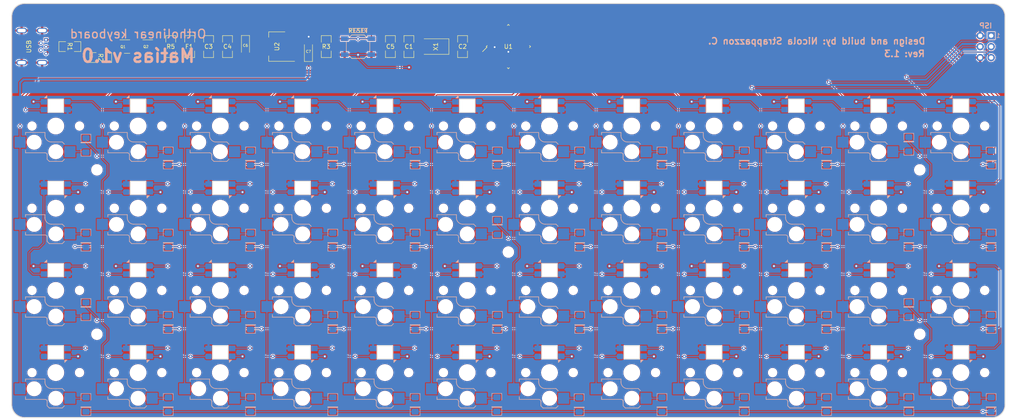
<source format=kicad_pcb>
(kicad_pcb (version 20211014) (generator pcbnew)
  (layers (0 "F.Cu" signal) (31 "B.Cu" signal) (34 "B.Paste" user) (35 "F.Paste" user) (36 "B.SilkS" user "B.Silkscreen") (37 "F.SilkS" user "F.Silkscreen") (38 "B.Mask" user) (39 "F.Mask" user) (44 "Edge.Cuts" user))
  (net 0 "")
  (net 1 "GND")
  (net 2 "XTAL1")
  (net 3 "XTAL2")
  (net 4 "VCC")
  (net 5 "Net-(F1-Pad2)")
  (net 6 "RST")
  (net 7 "Net-(Q1-Pad1)")
  (net 8 "UVCC")
  (net 9 "Net-(Q1-Pad3)")
  (net 10 "D+")
  (net 11 "Net-(J1-Pad3)")
  (net 12 "Net-(J1-Pad2)")
  (net 13 "D-")
  (net 14 "ROW04")
  (net 16 "Net-(D1-Pad2)")
  (net 17 "ROW03")
  (net 18 "Net-(D2-Pad2)")
  (net 19 "ROW02")
  (net 20 "Net-(D3-Pad2)")
  (net 21 "ROW01")
  (net 22 "Net-(D4-Pad2)")
  (net 23 "Net-(D5-Pad2)")
  (net 24 "Net-(D6-Pad2)")
  (net 25 "Net-(D7-Pad2)")
  (net 26 "Net-(D8-Pad2)")
  (net 27 "Net-(D9-Pad2)")
  (net 28 "Net-(D10-Pad2)")
  (net 29 "Net-(D11-Pad2)")
  (net 30 "Net-(D12-Pad2)")
  (net 31 "Net-(D13-Pad2)")
  (net 32 "Net-(D14-Pad2)")
  (net 33 "Net-(D15-Pad2)")
  (net 34 "Net-(D16-Pad2)")
  (net 35 "Net-(D17-Pad2)")
  (net 36 "Net-(D18-Pad2)")
  (net 37 "Net-(D19-Pad2)")
  (net 38 "Net-(D20-Pad2)")
  (net 39 "Net-(D21-Pad2)")
  (net 40 "Net-(D22-Pad2)")
  (net 41 "Net-(D23-Pad2)")
  (net 42 "Net-(D24-Pad2)")
  (net 43 "Net-(D25-Pad2)")
  (net 44 "Net-(D26-Pad2)")
  (net 45 "Net-(D27-Pad2)")
  (net 46 "Net-(D29-Pad2)")
  (net 47 "Net-(D30-Pad2)")
  (net 48 "Net-(D31-Pad2)")
  (net 49 "Net-(D32-Pad2)")
  (net 50 "Net-(D33-Pad2)")
  (net 51 "Net-(D34-Pad2)")
  (net 52 "Net-(D35-Pad2)")
  (net 53 "Net-(D36-Pad2)")
  (net 54 "Net-(D37-Pad2)")
  (net 55 "Net-(D38-Pad2)")
  (net 56 "Net-(D39-Pad2)")
  (net 57 "Net-(D40-Pad2)")
  (net 58 "Net-(D41-Pad2)")
  (net 59 "Net-(D42-Pad2)")
  (net 60 "Net-(D43-Pad2)")
  (net 61 "Net-(D44-Pad2)")
  (net 62 "Net-(D45-Pad2)")
  (net 63 "Net-(D46-Pad2)")
  (net 64 "Net-(D47-Pad2)")
  (net 65 "Net-(D48-Pad2)")
  (net 66 "COL01")
  (net 67 "COL02")
  (net 68 "COL03")
  (net 69 "COL04")
  (net 70 "COL05")
  (net 71 "COL06")
  (net 72 "COL07")
  (net 73 "COL08")
  (net 74 "COL09")
  (net 75 "COL10")
  (net 76 "COL11")
  (net 77 "COL12")
  (net 78 "Net-(D28-Pad2)")
  (net 79 "Net-(C5-Pad1)")
  (net 84 "Net-(L1-Pad2)")
  (net 85 "Net-(L2-Pad2)")
  (net 86 "Net-(L2-Pad4)")
  (net 87 "Net-(L3-Pad2)")
  (net 89 "Net-(L4-Pad4)")
  (net 90 "Net-(L5-Pad2)")
  (net 91 "Net-(L10-Pad2)")
  (net 92 "Net-(L11-Pad4)")
  (net 93 "Net-(L12-Pad2)")
  (net 94 "Net-(L13-Pad4)")
  (net 95 "Net-(L10-Pad4)")
  (net 96 "Net-(L11-Pad2)")
  (net 97 "Net-(L12-Pad4)")
  (net 98 "Net-(L13-Pad2)")
  (net 99 "Net-(L14-Pad4)")
  (net 100 "Net-(L15-Pad2)")
  (net 101 "Net-(L16-Pad4)")
  (net 102 "Net-(L17-Pad2)")
  (net 103 "Net-(L18-Pad4)")
  (net 104 "Net-(L19-Pad2)")
  (net 105 "Net-(L20-Pad4)")
  (net 106 "Net-(L21-Pad2)")
  (net 107 "Net-(L22-Pad4)")
  (net 108 "Net-(L23-Pad2)")
  (net 109 "Net-(L24-Pad4)")
  (net 110 "Net-(L25-Pad2)")
  (net 111 "Net-(L26-Pad4)")
  (net 112 "Net-(L27-Pad2)")
  (net 113 "Net-(L28-Pad4)")
  (net 114 "Net-(L29-Pad2)")
  (net 115 "Net-(L30-Pad4)")
  (net 116 "Net-(L31-Pad2)")
  (net 117 "Net-(L32-Pad4)")
  (net 118 "Net-(L33-Pad2)")
  (net 119 "Net-(L34-Pad4)")
  (net 120 "Net-(L35-Pad2)")
  (net 121 "Net-(L36-Pad4)")
  (net 122 "Net-(L37-Pad2)")
  (net 123 "Net-(L38-Pad4)")
  (net 124 "Net-(L39-Pad2)")
  (net 125 "Net-(L40-Pad4)")
  (net 126 "Net-(L41-Pad2)")
  (net 127 "Net-(L42-Pad4)")
  (net 128 "Net-(L43-Pad2)")
  (net 129 "Net-(L44-Pad4)")
  (net 130 "Net-(L45-Pad2)")
  (net 131 "Net-(L47-Pad2)")
  (net 132 "DIN")
  (net 133 "3V3")
  (footprint "Library:Kailh_socket_PG1350" (layer "F.Cu") (at 219.075 97.155)
    (fp_text reference "SW38" hide)
    (fp_text value "Push")
  )
  (footprint "MyLibrary:SK6812-MINI-E" (layer "F.Cu") (at 123.825 111.506 180)
    (fp_text reference "L19" hide)
    (fp_text value "SK6812MINI" hide)
    (fp_line (start 1.778 -1.524) (end -1.778 -1.524) (layer "Edge.Cuts") (width 0.12))
    (fp_line (start -1.778 1.524) (end 1.778 1.524) (layer "Edge.Cuts") (width 0.12))
    (fp_line (start -1.778 -1.524) (end -1.778 1.524) (layer "Edge.Cuts") (width 0.12))
    (fp_line (start 1.778 1.524) (end 1.778 -1.524) (layer "Edge.Cuts") (width 0.12))
  )
  (footprint "Library:Kailh_socket_PG1350" (layer "F.Cu") (at 219.075 78.105)
    (fp_text reference "SW37" hide)
    (fp_text value "Push" hide)
  )
  (footprint "Package_TO_SOT_SMD:SOT-223" (layer "F.Cu") (at 98.82766 59.69 180)
    (fp_text reference "U2")
    (fp_text value "NCP1117")
  )
  (footprint "Button_Switch_SMD:SW_SPST_SKQG_WithStem" (layer "F.Cu") (at 117.595626 59.7154)
    (fp_text reference "SW49" hide)
    (fp_text value "Reset")
  )
  (footprint "MyLibrary:C1206" (layer "F.Cu") (at 82.998782 59.69 90)
    (fp_text reference "C3")
    (fp_text value "0.1uF")
  )
  (footprint "Library:Kailh_socket_PG1350" (layer "F.Cu") (at 257.175 135.255)
    (fp_text reference "SW48" hide)
    (fp_text value "Push")
  )
  (footprint "Library:Kailh_socket_PG1350" (layer "F.Cu") (at 85.725 116.205)
    (fp_text reference "SW11" hide)
    (fp_text value "Push")
  )
  (footprint "Library:Kailh_socket_PG1350" (layer "F.Cu") (at 219.075 135.255)
    (fp_text reference "SW40" hide)
    (fp_text value "Push")
  )
  (footprint "MyLibrary:SK6812-MINI-E" (layer "F.Cu") (at 47.625 130.556)
    (fp_text reference "L4" hide)
    (fp_text value "SK6812MINI" hide)
    (fp_line (start 1.778 1.524) (end 1.778 -1.524) (layer "Edge.Cuts") (width 0.12))
    (fp_line (start -1.778 1.524) (end 1.778 1.524) (layer "Edge.Cuts") (width 0.12))
    (fp_line (start 1.778 -1.524) (end -1.778 -1.524) (layer "Edge.Cuts") (width 0.12))
    (fp_line (start -1.778 -1.524) (end -1.778 1.524) (layer "Edge.Cuts") (width 0.12))
  )
  (footprint "MyLibrary:SK6812-MINI-E" (layer "F.Cu") (at 257.175 111.506 180)
    (fp_text reference "L47" hide)
    (fp_text value "SK6812MINI" hide)
    (fp_line (start 1.778 1.524) (end 1.778 -1.524) (layer "Edge.Cuts") (width 0.12))
    (fp_line (start -1.778 -1.524) (end -1.778 1.524) (layer "Edge.Cuts") (width 0.12))
    (fp_line (start 1.778 -1.524) (end -1.778 -1.524) (layer "Edge.Cuts") (width 0.12))
    (fp_line (start -1.778 1.524) (end 1.778 1.524) (layer "Edge.Cuts") (width 0.12))
  )
  (footprint "MyLibrary:C1206" (layer "F.Cu") (at 141.795042 59.69 90)
    (fp_text reference "C2")
    (fp_text value "22pF")
  )
  (footprint "Library:USB_Micro-B" (layer "F.Cu") (at 42.545 59.69 -90)
    (fp_text reference "J1" hide)
    (fp_text value "USB Type B Mini")
  )
  (footprint "MountingHole:MountingHole_2.2mm_M2" (layer "F.Cu") (at 247.65 126.365)
    (fp_text reference "H4" hide)
    (fp_text value "MountingHole")
  )
  (footprint "MyLibrary:SK6812-MINI-E" (layer "F.Cu") (at 66.675 73.406 180)
    (fp_text reference "L5" hide)
    (fp_text value "SK6812MINI" hide)
    (fp_line (start 1.778 1.524) (end 1.778 -1.524) (layer "Edge.Cuts") (width 0.12))
    (fp_line (start -1.778 1.524) (end 1.778 1.524) (layer "Edge.Cuts") (width 0.12))
    (fp_line (start 1.778 -1.524) (end -1.778 -1.524) (layer "Edge.Cuts") (width 0.12))
    (fp_line (start -1.778 -1.524) (end -1.778 1.524) (layer "Edge.Cuts") (width 0.12))
  )
  (footprint "MyLibrary:SK6812-MINI-E" (layer "F.Cu") (at 142.875 130.556)
    (fp_text reference "L24" hide)
    (fp_text value "SK6812MINI" hide)
    (fp_line (start 1.778 1.524) (end 1.778 -1.524) (layer "Edge.Cuts") (width 0.12))
    (fp_line (start 1.778 -1.524) (end -1.778 -1.524) (layer "Edge.Cuts") (width 0.12))
    (fp_line (start -1.778 -1.524) (end -1.778 1.524) (layer "Edge.Cuts") (width 0.12))
    (fp_line (start -1.778 1.524) (end 1.778 1.524) (layer "Edge.Cuts") (width 0.12))
  )
  (footprint "MountingHole:MountingHole_2.2mm_M2" (layer "F.Cu") (at 152.4 107.315)
    (fp_text reference "H3" hide)
    (fp_text value "MountingHole")
  )
  (footprint "MyLibrary:SK6812-MINI-E" (layer "F.Cu") (at 219.075 130.556)
    (fp_text reference "L40" hide)
    (fp_text value "SK6812MINI" hide)
    (fp_line (start 1.778 1.524) (end 1.778 -1.524) (layer "Edge.Cuts") (width 0.12))
    (fp_line (start -1.778 -1.524) (end -1.778 1.524) (layer "Edge.Cuts") (width 0.12))
    (fp_line (start -1.778 1.524) (end 1.778 1.524) (layer "Edge.Cuts") (width 0.12))
    (fp_line (start 1.778 -1.524) (end -1.778 -1.524) (layer "Edge.Cuts") (width 0.12))
  )
  (footprint "MountingHole:MountingHole_2.2mm_M2" (layer "F.Cu") (at 57.15 126.365)
    (fp_text reference "H2" hide)
    (fp_text value "MountingHole")
  )
  (footprint "Library:Kailh_socket_PG1350" (layer "F.Cu") (at 66.675 97.155)
    (fp_text reference "SW6" hide)
    (fp_text value "Push")
  )
  (footprint "Library:Kailh_socket_PG1350" (layer "F.Cu") (at 161.925 78.105)
    (fp_text reference "SW25" hide)
    (fp_text value "Push")
  )
  (footprint "Library:Kailh_socket_PG1350" (layer "F.Cu") (at 257.175 78.105)
    (fp_text reference "SW45" hide)
    (fp_text value "Push" hide)
  )
  (footprint "MyLibrary:SK6812-MINI-E" (layer "F.Cu") (at 257.175 73.406 180)
    (fp_text reference "L45" hide)
    (fp_text value "SK6812MINI" hide)
    (fp_line (start -1.778 1.524) (end 1.778 1.524) (layer "Edge.Cuts") (width 0.12))
    (fp_line (start 1.778 1.524) (end 1.778 -1.524) (layer "Edge.Cuts") (width 0.12))
    (fp_line (start 1.778 -1.524) (end -1.778 -1.524) (layer "Edge.Cuts") (width 0.12))
    (fp_line (start -1.778 -1.524) (end -1.778 1.524) (layer "Edge.Cuts") (width 0.12))
  )
  (footprint "MyLibrary:SK6812-MINI-E" (layer "F.Cu") (at 180.975 73.406 180)
    (fp_text reference "L29" hide)
    (fp_text value "SK6812MINI" hide)
    (fp_line (start 1.778 1.524) (end 1.778 -1.524) (layer "Edge.Cuts") (width 0.12))
    (fp_line (start 1.778 -1.524) (end -1.778 -1.524) (layer "Edge.Cuts") (width 0.12))
    (fp_line (start -1.778 -1.524) (end -1.778 1.524) (layer "Edge.Cuts") (width 0.12))
    (fp_line (start -1.778 1.524) (end 1.778 1.524) (layer "Edge.Cuts") (width 0.12))
  )
  (footprint "MyLibrary:SK6812-MINI-E" (layer "F.Cu") (at 66.675 92.456)
    (fp_text reference "L6" hide)
    (fp_text value "SK6812MINI" hide)
    (fp_line (start -1.778 -1.524) (end -1.778 1.524) (layer "Edge.Cuts") (width 0.12))
    (fp_line (start 1.778 -1.524) (end -1.778 -1.524) (layer "Edge.Cuts") (width 0.12))
    (fp_line (start 1.778 1.524) (end 1.778 -1.524) (layer "Edge.Cuts") (width 0.12))
    (fp_line (start -1.778 1.524) (end 1.778 1.524) (layer "Edge.Cuts") (width 0.12))
  )
  (footprint "Library:Kailh_socket_PG1350" (layer "F.Cu") (at 85.725 97.155)
    (fp_text reference "SW10" hide)
    (fp_text value "Push")
  )
  (footprint "MyLibrary:SK6812-MINI-E" (layer "F.Cu") (at 142.875 73.406 180)
    (fp_text reference "L21" hide)
    (fp_text value "SK6812MINI" hide)
    (fp_line (start -1.778 -1.524) (end -1.778 1.524) (layer "Edge.Cuts") (width 0.12))
    (fp_line (start 1.778 1.524) (end 1.778 -1.524) (layer "Edge.Cuts") (width 0.12))
    (fp_line (start 1.778 -1.524) (end -1.778 -1.524) (layer "Edge.Cuts") (width 0.12))
    (fp_line (start -1.778 1.524) (end 1.778 1.524) (layer "Edge.Cuts") (width 0.12))
  )
  (footprint "MyLibrary:SK6812-MINI-E" (layer "F.Cu") (at 180.975 111.506 180)
    (fp_text reference "L31" hide)
    (fp_text value "SK6812MINI" hide)
    (fp_line (start 1.778 -1.524) (end -1.778 -1.524) (layer "Edge.Cuts") (width 0.12))
    (fp_line (start 1.778 1.524) (end 1.778 -1.524) (layer "Edge.Cuts") (width 0.12))
    (fp_line (start -1.778 -1.524) (end -1.778 1.524) (layer "Edge.Cuts") (width 0.12))
    (fp_line (start -1.778 1.524) (end 1.778 1.524) (layer "Edge.Cuts") (width 0.12))
  )
  (footprint "MyLibrary:SK6812-MINI-E" (layer "F.Cu") (at 238.125 111.506 180)
    (fp_text reference "L43" hide)
    (fp_text value "SK6812MINI" hide)
    (fp_line (start 1.778 -1.524) (end -1.778 -1.524) (layer "Edge.Cuts") (width 0.12))
    (fp_line (start -1.778 1.524) (end 1.778 1.524) (layer "Edge.Cuts") (width 0.12))
    (fp_line (start 1.778 1.524) (end 1.778 -1.524) (layer "Edge.Cuts") (width 0.12))
    (fp_line (start -1.778 -1.524) (end -1.778 1.524) (layer "Edge.Cuts") (width 0.12))
  )
  (footprint "Library:Kailh_socket_PG1350" (layer "F.Cu") (at 47.625 116.205)
    (fp_text reference "SW3" hide)
    (fp_text value "Push")
  )
  (footprint "MyLibrary:SK6812-MINI-E" (layer "F.Cu") (at 238.125 92.456)
    (fp_text reference "L42" hide)
    (fp_text value "SK6812MINI" hide)
    (fp_line (start 1.778 1.524) (end 1.778 -1.524) (layer "Edge.Cuts") (width 0.12))
    (fp_line (start -1.778 -1.524) (end -1.778 1.524) (layer "Edge.Cuts") (width 0.12))
    (fp_line (start 1.778 -1.524) (end -1.778 -1.524) (layer "Edge.Cuts") (width 0.12))
    (fp_line (start -1.778 1.524) (end 1.778 1.524) (layer "Edge.Cuts") (width 0.12))
  )
  (footprint "MyLibrary:SK6812-MINI-E" (layer "F.Cu") (at 104.775 130.556)
    (fp_text reference "L16" hide)
    (fp_text value "SK6812MINI" hide)
    (fp_line (start 1.778 1.524) (end 1.778 -1.524) (layer "Edge.Cuts") (width 0.12))
    (fp_line (start 1.778 -1.524) (end -1.778 -1.524) (layer "Edge.Cuts") (width 0.12))
    (fp_line (start -1.778 1.524) (end 1.778 1.524) (layer "Edge.Cuts") (width 0.12))
    (fp_line (start -1.778 -1.524) (end -1.778 1.524) (layer "Edge.Cuts") (width 0.12))
  )
  (footprint "MyLibrary:SK6812-MINI-E" (layer "F.Cu") (at 85.725 130.556)
    (fp_text reference "L12" hide)
    (fp_text value "SK6812MINI" hide)
    (fp_line (start -1.778 1.524) (end 1.778 1.524) (layer "Edge.Cuts") (width 0.12))
    (fp_line (start -1.778 -1.524) (end -1.778 1.524) (layer "Edge.Cuts") (width 0.12))
    (fp_line (start 1.778 1.524) (end 1.778 -1.524) (layer "Edge.Cuts") (width 0.12))
    (fp_line (start 1.778 -1.524) (end -1.778 -1.524) (layer "Edge.Cuts") (width 0.12))
  )
  (footprint "Crystal:Crystal_SMD_5032-2Pin_5.0x3.2mm" (layer "F.Cu") (at 135.585416 59.69 180)
    (fp_text reference "X1")
    (fp_text value "16Mhz")
  )
  (footprint "MyLibrary:SK6812-MINI-E" (layer "F.Cu") (at 47.625 73.406 180)
    (fp_text reference "L1" hide)
    (fp_text value "SK6812MINI" hide)
    (fp_line (start 1.778 -1.524) (end -1.778 -1.524) (layer "Edge.Cuts") (width 0.12))
    (fp_line (start -1.778 -1.524) (end -1.778 1.524) (layer "Edge.Cuts") (width 0.12))
    (fp_line (start 1.778 1.524) (end 1.778 -1.524) (layer "Edge.Cuts") (width 0.12))
    (fp_line (start -1.778 1.524) (end 1.778 1.524) (layer "Edge.Cuts") (width 0.12))
  )
  (footprint "Package_QFP:TQFP-32_7x7mm_P0.8mm" (layer "F.Cu") (at 152.4 59.69 45)
    (fp_text reference "U1")
    (fp_text value "ATmega32U2")
  )
  (footprint "MyLibrary:SK6812-MINI-E" (layer "F.Cu") (at 66.675 111.506 180)
    (fp_text reference "L7" hide)
    (fp_text value "SK6812MINI" hide)
    (fp_line (start 1.778 1.524) (end 1.778 -1.524) (layer "Edge.Cuts") (width 0.12))
    (fp_line (start -1.778 -1.524) (end -1.778 1.524) (layer "Edge.Cuts") (width 0.12))
    (fp_line (start 1.778 -1.524) (end -1.778 -1.524) (layer "Edge.Cuts") (width 0.12))
    (fp_line (start -1.778 1.524) (end 1.778 1.524) (layer "Edge.Cuts") (width 0.12))
  )
  (footprint "Library:Kailh_socket_PG1350" (layer "F.Cu") (at 123.825 135.255)
    (fp_text reference "SW20" hide)
    (fp_text value "Push")
  )
  (footprint "MyLibrary:SK6812-MINI-E" (layer "F.Cu") (at 200.025 130.556)
    (fp_text reference "L36" hide)
    (fp_text value "SK6812MINI" hide)
    (fp_line (start 1.778 -1.524) (end -1.778 -1.524) (layer "Edge.Cuts") (width 0.12))
    (fp_line (start -1.778 -1.524) (end -1.778 1.524) (layer "Edge.Cuts") (width 0.12))
    (fp_line (start 1.778 1.524) (end 1.778 -1.524) (layer "Edge.Cuts") (width 0.12))
    (fp_line (start -1.778 1.524) (end 1.778 1.524) (layer "Edge.Cuts") (width 0.12))
  )
  (footprint "MyLibrary:C1206" (layer "F.Cu") (at 129.37579 59.69 90)
    (fp_text reference "C1")
    (fp_text value "22pF")
  )
  (footprint "MyLibrary:C1206" (layer "F.Cu") (at 125.095 59.69 -90)
    (fp_text reference "C5")
    (fp_text value "0.1uF")
  )
  (footprint "Package_TO_SOT_SMD:SOT-23" (layer "F.Cu") (at 64.135 59.69)
    (fp_text reference "Q1")
    (fp_text value "DMG2305UX")
  )
  (footprint "Library:Kailh_socket_PG1350" (layer "F.Cu") (at 85.725 78.105)
    (fp_text reference "SW9" hide)
    (fp_text value "Push")
  )
  (footprint "Library:Kailh_socket_PG1350" (layer "F.Cu") (at 66.675 78.105)
    (fp_text reference "SW5" hide)
    (fp_text value "Push")
  )
  (footprint "MyLibrary:SK6812-MINI-E" (layer "F.Cu") (at 161.925 111.506 180)
    (fp_text reference "L27" hide)
    (fp_text value "SK6812MINI" hide)
    (fp_line (start 1.778 1.524) (end 1.778 -1.524) (layer "Edge.Cuts") (width 0.12))
    (fp_line (start -1.778 1.524) (end 1.778 1.524) (layer "Edge.Cuts") (width 0.12))
    (fp_line (start -1.778 -1.524) (end -1.778 1.524) (layer "Edge.Cuts") (width 0.12))
    (fp_line (start 1.778 -1.524) (end -1.778 -1.524) (layer "Edge.Cuts") (width 0.12))
  )
  (footprint "MyLibrary:SK6812-MINI-E" (layer "F.Cu") (at 257.175 92.456)
    (fp_text reference "L46" hide)
    (fp_text value "SK6812MINI" hide)
    (fp_line (start 1.778 1.524) (end 1.778 -1.524) (layer "Edge.Cuts") (width 0.12))
    (fp_line (start 1.778 -1.524) (end -1.778 -1.524) (layer "Edge.Cuts") (width 0.12))
    (fp_line (start -1.778 -1.524) (end -1.778 1.524) (layer "Edge.Cuts") (width 0.12))
    (fp_line (start -1.778 1.524) (end 1.778 1.524) (layer "Edge.Cuts") (width 0.12))
  )
  (footprint "MyLibrary:SK6812-MINI-E" (layer "F.Cu") (at 161.925 73.406 180)
    (fp_text reference "L25" hide)
    (fp_text value "SK6812MINI" hide)
    (fp_line (start -1.778 -1.524) (end -1.778 1.524) (layer "Edge.Cuts") (width 0.12))
    (fp_line (start 1.778 -1.524) (end -1.778 -1.524) (layer "Edge.Cuts") (width 0.12))
    (fp_line (start 1.778 1.524) (end 1.778 -1.524) (layer "Edge.Cuts") (width 0.12))
    (fp_line (start -1.778 1.524) (end 1.778 1.524) (layer "Edge.Cuts") (width 0.12))
  )
  (footprint "Library:Kailh_socket_PG1350" (layer "F.Cu") (at 47.625 135.255)
    (fp_text reference "SW4" hide)
    (fp_text value "Push" hide)
  )
  (footprint "MyLibrary:SK6812-MINI-E" (layer "F.Cu") (at 200.025 92.456)
    (fp_text reference "L34" hide)
    (fp_text value "SK6812MINI" hide)
    (fp_line (start -1.778 1.524) (end 1.778 1.524) (layer "Edge.Cuts") (width 0.12))
    (fp_line (start -1.778 -1.524) (end -1.778 1.524) (layer "Edge.Cuts") (width 0.12))
    (fp_line (start 1.778 -1.524) (end -1.778 -1.524) (layer "Edge.Cuts") (width 0.12))
    (fp_line (start 1.778 1.524) (end 1.778 -1.524) (layer "Edge.Cuts") (width 0.12))
  )
  (footprint "Library:Kailh_socket_PG1350" (layer "F.Cu") (at 200.025 135.255)
    (fp_text reference "SW36" hide)
    (fp_text value "Push")
  )
  (footprint "MyLibrary:SK6812-MINI-E" (layer "F.Cu") (at 47.625 111.506 180)
    (fp_text reference "L3" hide)
    (fp_text value "SK6812MINI" hide)
    (fp_line (start -1.778 -1.524) (end -1.778 1.524) (layer "Edge.Cuts") (width 0.12))
    (fp_line (start 1.778 1.524) (end 1.778 -1.524) (layer "Edge.Cuts") (width 0.12))
    (fp_line (start 1.778 -1.524) (end -1.778 -1.524) (layer "Edge.Cuts") (width 0.12))
    (fp_line (start -1.778 1.524) (end 1.778 1.524) (layer "Edge.Cuts") (width 0.12))
  )
  (footprint "Library:Kailh_socket_PG1350" (layer "F.Cu") (at 104.775 97.155)
    (fp_text reference "SW14" hide)
    (fp_text value "Push")
  )
  (footprint "MyLibrary:SK6812-MINI-E" (layer "F.Cu") (at 104.775 111.506 180)
    (fp_text reference "L15" hide)
    (fp_text value "SK6812MINI" hide)
    (fp_line (start 1.778 1.524) (end 1.778 -1.524) (layer "Edge.Cuts") (width 0.12))
    (fp_line (start -1.778 -1.524) (end -1.778 1.524) (layer "Edge.Cuts") (width 0.12))
    (fp_line (start -1.778 1.524) (end 1.778 1.524) (layer "Edge.Cuts") (width 0.12))
    (fp_line (start 1.778 -1.524) (end -1.778 -1.524) (layer "Edge.Cuts") (width 0.12))
  )
  (footprint "MyLibrary:SK6812-MINI-E" (layer "F.Cu") (at 257.175 130.556)
    (fp_text reference "L48" hide)
    (fp_text value "SK6812MINI" hide)
    (fp_line (start 1.778 -1.524) (end -1.778 -1.524) (layer "Edge.Cuts") (width 0.12))
    (fp_line (start -1.778 -1.524) (end -1.778 1.524) (layer "Edge.Cuts") (width 0.12))
    (fp_line (start 1.778 1.524) (end 1.778 -1.524) (layer "Edge.Cuts") (width 0.12))
    (fp_line (start -1.778 1.524) (end 1.778 1.524) (layer "Edge.Cuts") (width 0.12))
  )
  (footprint "MyLibrary:SK6812-MINI-E" (layer "F.Cu") (at 200.025 73.406 180)
    (fp_text reference "L33" hide)
    (fp_text value "SK6812MINI" hide)
    (fp_line (start -1.778 -1.524) (end -1.778 1.524) (layer "Edge.Cuts") (width 0.12))
    (fp_line (start -1.778 1.524) (end 1.778 1.524) (layer "Edge.Cuts") (width 0.12))
    (fp_line (start 1.778 1.524) (end 1.778 -1.524) (layer "Edge.Cuts") (width 0.12))
    (fp_line (start 1.778 -1.524) (end -1.778 -1.524) (layer "Edge.Cuts") (width 0.12))
  )
  (footprint "Library:Kailh_socket_PG1350" (layer "F.Cu") (at 161.925 135.255)
    (fp_text reference "SW28" hide)
    (fp_text value "Push")
  )
  (footprint "Capacitor_Tantalum_SMD:CP_EIA-3216-18_Kemet-A" (layer "F.Cu") (at 91.538034 59.436 -90)
    (fp_text reference "C6")
    (fp_text value "10uF")
  )
  (footprint "MyLibrary:R1206" (layer "F.Cu") (at 58.009052 62.23)
    (fp_text reference "R2")
    (fp_text value "22")
  )
  (footprint "Library:Kailh_socket_PG1350" (layer "F.Cu") (at 66.675 135.255)
    (fp_text reference "SW8" hide)
    (fp_text value "Push")
  )
  (footprint "MyLibrary:SK6812-MINI-E" (layer "F.Cu") (at 123.825 130.556)
    (fp_text reference "L20" hide)
    (fp_text value "SK6812MINI" hide)
    (fp_line (start 1.778 -1.524) (end -1.778 -1.524) (layer "Edge.Cuts") (width 0.12))
    (fp_line (start -1.778 1.524) (end 1.778 1.524) (layer "Edge.Cuts") (width 0.12))
    (fp_line (start 1.778 1.524) (end 1.778 -1.524) (layer "Edge.Cuts") (width 0.12))
    (fp_line (start -1.778 -1.524) (end -1.778 1.524) (layer "Edge.Cuts") (width 0.12))
  )
  (footprint "MyLibrary:SK6812-MINI-E" (layer "F.Cu") (at 104.775 73.406 180)
    (fp_text reference "L13" hide)
    (fp_text value "SK6812MINI" hide)
    (fp_line (start -1.778 -1.524) (end -1.778 1.524) (layer "Edge.Cuts") (width 0.12))
    (fp_line (start 1.778 1.524) (end 1.778 -1.524) (layer "Edge.Cuts") (width 0.12))
    (fp_line (start -1.778 1.524) (end 1.778 1.524) (layer "Edge.Cuts") (width 0.12))
    (fp_line (start 1.778 -1.524) (end -1.778 -1.524) (layer "Edge.Cuts") (width 0.12))
  )
  (footprint "Library:Kailh_socket_PG1350" (layer "F.Cu") (at 219.075 116.205)
    (fp_text reference "SW39" hide)
    (fp_text value "Push")
  )
  (footprint "Library:Kailh_socket_PG1350" (layer "F.Cu") (at 161.925 116.205)
    (fp_text reference "SW27" hide)
    (fp_text value "Push")
  )
  (footprint "MyLibrary:SK6812-MINI-E" (layer "F.Cu") (at 66.675 130.556)
    (fp_text reference "L8" hide)
    (fp_text value "SK6812MINI" hide)
    (fp_line (start 1.778 -1.524) (end -1.778 -1.524) (layer "Edge.Cuts") (width 0.12))
    (fp_line (start -1.778 -1.524) (end -1.778 1.524) (layer "Edge.Cuts") (width 0.12))
    (fp_line (start -1.778 1.524) (end 1.778 1.524) (layer "Edge.Cuts") (width 0.12))
    (fp_line (start 1.778 1.524) (end 1.778 -1.524) (layer "Edge.Cuts") (width 0.12))
  )
  (footprint "Capacitor_Tantalum_SMD:CP_EIA-3216-18_Kemet-A" (layer "F.Cu") (at 106.117286 60.833 90)
    (fp_text reference "C7")
    (fp_text value "10uF")
  )
  (footprint "Library:Kailh_socket_PG1350" (layer "F.Cu") (at 123.825 116.205)
    (fp_text reference "SW19" hide)
    (fp_text value "Push")
  )
  (footprint "Library:Kailh_socket_PG1350" (layer "F.Cu") (at 238.125 116.205)
    (fp_text reference "SW43" hide)
    (fp_text value "Push")
  )
  (footprint "Library:Kailh_socket_PG1350" (layer "F.Cu") (at 47.625 97.155)
    (fp_text reference "SW2" hide)
    (fp_text value "Push")
  )
  (footprint "Library:Kailh_socket_PG1350" (layer "F.Cu") (at 257.175 116.205)
    (fp_text reference "SW47" hide)
    (fp_text value "Push")
  )
  (footprint "MyLibrary:SK6812-MINI-E" (layer "F.Cu") (at 161.925 92.456)
    (fp_text reference "L26" hide)
    (fp_text value "SK6812MINI" hide)
    (fp_line (start 1.778 1.524) (end 1.778 -1.524) (layer "Edge.Cuts") (width 0.12))
    (fp_line (start -1.778 -1.524) (end -1.778 1.524) (layer "Edge.Cuts") (width 0.12))
    (fp_line (start 1.778 -1.524) (end -1.778 -1.524) (layer "Edge.Cuts") (width 0.12))
    (fp_line (start -1.778 1.524) (end 1.778 1.524) (layer "Edge.Cuts") (width 0.12))
  )
  (footprint "Library:Kailh_socket_PG1350" (layer "F.Cu") (at 238.125 97.155)
    (fp_text reference "SW42" hide)
    (fp_text value "Push")
  )
  (footprint "MyLibrary:SK6812-MINI-E" (layer "F.Cu") (at 180.975 92.456)
    (fp_text reference "L30" hide)
    (fp_text value "SK6812MINI" hide)
    (fp_line (start 1.778 -1.524) (end -1.778 -1.524) (layer "Edge.Cuts") (width 0.12))
    (fp_line (start -1.778 1.524) (end 1.778 1.524) (layer "Edge.Cuts") (width 0.12))
    (fp_line (start 1.778 1.524) (end 1.778 -1.524) (layer "Edge.Cuts") (width 0.12))
    (fp_line (start -1.778 -1.524) (end -1.778 1.524) (layer "Edge.Cuts") (width 0.12))
  )
  (footprint "Library:Kailh_socket_PG1350" (layer "F.Cu") (at 180.975 116.205)
    (fp_text reference "SW31" hide)
    (fp_text value "Push")
  )
  (footprint "MyLibrary:SK6812-MINI-E" (layer "F.Cu") (at 104.775 92.456)
    (fp_text reference "L14" hide)
    (fp_text value "SK6812MINI" hide)
    (fp_line (start 1.778 1.524) (end 1.778 -1.524) (layer "Edge.Cuts") (width 0.12))
    (fp_line (start -1.778 1.524) (end 1.778 1.524) (layer "Edge.Cuts") (width 0.12))
    (fp_line (start -1.778 -1.524) (end -1.778 1.524) (layer "Edge.Cuts") (width 0.12))
    (fp_line (start 1.778 -1.524) (end -1.778 -1.524) (layer "Edge.Cuts") (width 0.12))
  )
  (footprint "Library:Kailh_socket_PG1350" (layer "F.Cu") (at 104.775 116.205)
    (fp_text reference "SW15" hide)
    (fp_text value "Push")
  )
  (footprint "MyLibrary:SK6812-MINI-E" (layer "F.Cu") (at 142.875 111.506 180)
    (fp_text reference "L23" hide)
    (fp_text value "SK6812MINI" hide)
    (fp_line (start -1.778 1.524) (end 1.778 1.524) (layer "Edge.Cuts") (width 0.12))
    (fp_line (start 1.778 1.524) (end 1.778 -1.524) (layer "Edge.Cuts") (width 0.12))
    (fp_line (start 1.778 -1.524) (end -1.778 -1.524) (layer "Edge.Cuts") (width 0.12))
    (fp_line (start -1.778 -1.524) (end -1.778 1.524) (layer "Edge.Cuts") (width 0.12))
  )
  (footprint "Library:Kailh_socket_PG1350" (layer "F.Cu") (at 104.775 78.105)
    (fp_text reference "SW13" hide)
    (fp_text value "Push")
  )
  (footprint "Library:Kailh_socket_PG1350" (layer "F.Cu") (at 123.825 97.155)
    (fp_text reference "SW18" hide)
    (fp_text value "Push")
  )
  (footprint "MyLibrary:SK6812-MINI-E" (layer "F.Cu") (at 85.725 73.406 180)
    (fp_text reference "L9" hide)
    (fp_text value "SK6812MINI" hide)
    (fp_line (start -1.778 -1.524) (end -1.778 1.524) (layer "Edge.Cuts") (width 0.12))
    (fp_line (start 1.778 1.524) (end 1.778 -1.524) (layer "Edge.Cuts") (width 0.12))
    (fp_line (start -1.778 1.524) (end 1.778 1.524) (layer "Edge.Cuts") (width 0.12))
    (fp_line (start 1.778 -1.524) (end -1.778 -1.524) (layer "Edge.Cuts") (width 0.12))
  )
  (footprint "MyLibrary:SK6812-MINI-E" (layer "F.Cu") (at 123.825 73.406 180)
    (fp_text reference "L17" hide)
    (fp_text value "SK6812MINI" hide)
    (fp_line (start -1.778 1.524) (end 1.778 1.524) (layer "Edge.Cuts") (width 0.12))
    (fp_line (start -1.778 -1.524) (end -1.778 1.524) (layer "Edge.Cuts") (width 0.12))
    (fp_line (start 1.778 -1.524) (end -1.778 -1.524) (layer "Edge.Cuts") (width 0.12))
    (fp_line (start 1.778 1.524) (end 1.778 -1.524) (layer "Edge.Cuts") (width 0.12))
  )
  (footprint "MyLibrary:SK6812-MINI-E" (layer "F.Cu") (at 161.925 130.556)
    (fp_text reference "L28" hide)
    (fp_text value "SK6812MINI" hide)
    (fp_line (start 1.778 1.524) (end 1.778 -1.524) (layer "Edge.Cuts") (width 0.12))
    (fp_line (start 1.778 -1.524) (end -1.778 -1.524) (layer "Edge.Cuts") (width 0.12))
    (fp_line (start -1.778 1.524) (end 1.778 1.524) (layer "Edge.Cuts") (width 0.12))
    (fp_line (start -1.778 -1.524) (end -1.778 1.524) (layer "Edge.Cuts") (width 0.12))
  )
  (footprint "Library:Kailh_socket_PG1350" (layer "F.Cu") (at 142.875 116.205)
    (fp_text reference "SW23" hide)
    (fp_text value "Push")
  )
  (footprint "Library:Kailh_socket_PG1350" (layer "F.Cu") (at 200.025 97.155)
    (fp_text reference "SW34" hide)
    (fp_text value "Push")
  )
  (footprint "MyLibrary:SK6812-MINI-E" (layer "F.Cu") (at 219.075 73.406 180)
    (fp_text reference "L37" hide)
    (fp_text value "SK6812MINI" hide)
    (fp_line (start 1.778 -1.524) (end -1.778 -1.524) (layer "Edge.Cuts") (width 0.12))
    (fp_line (start -1.778 -1.524) (end -1.778 1.524) (layer "Edge.Cuts") (width 0.12))
    (fp_line (start -1.778 1.524) (end 1.778 1.524) (layer "Edge.Cuts") (width 0.12))
    (fp_line (start 1.778 1.524) (end 1.778 -1.524) (layer "Edge.Cuts") (width 0.12))
  )
  (footprint "MyLibrary:SK6812-MINI-E" (layer "F.Cu") (at 47.625 92.456)
    (fp_text reference "L2" hide)
    (fp_text value "SK6812MINI" hide)
    (fp_line (start 1.778 1.524) (end 1.778 -1.524) (layer "Edge.Cuts") (width 0.12))
    (fp_line (start 1.778 -1.524) (end -1.778 -1.524) (layer "Edge.Cuts") (width 0.12))
    (fp_line (start -1.778 1.524) (end 1.778 1.524) (layer "Edge.Cuts") (width 0.12))
    (fp_line (start -1.778 -1.524) (end -1.778 1.524) (layer "Edge.Cuts") (width 0.12))
  )
  (footprint "MyLibrary:SK6812-MINI-E" (layer "F.Cu") (at 142.875 92.456)
    (fp_text reference "L22" hide)
    (fp_text value "SK6812MINI" hide)
    (fp_line (start -1.778 -1.524) (end -1.778 1.524) (layer "Edge.Cuts") (width 0.12))
    (fp_line (start 1.778 1.524) (end 1.778 -1.524) (layer "Edge.Cuts") (width 0.12))
    (fp_line (start -1.778 1.524) (end 1.778 1.524) (layer "Edge.Cuts") (width 0.12))
    (fp_line (start 1.778 -1.524) (end -1.778 -1.524) (layer "Edge.Cuts") (width 0.12))
  )
  (footprint "MyLibrary:R1206" (layer "F.Cu") (at 74.23953 59.69 -90)
    (fp_text reference "R5")
    (fp_text value "100K")
  )
  (footprint "MyLibrary:SK6812-MINI-E" (layer "F.Cu") (at 238.125 130.556)
    (fp_text reference "L44" hide)
    (fp_text value "SK6812MINI" hide)
    (fp_line (start 1.778 -1.524) (end -1.778 -1.524) (layer "Edge.Cuts") (width 0.12))
    (fp_line (start -1.778 1.524) (end 1.778 1.524) (layer "Edge.Cuts") (width 0.12))
    (fp_line (start -1.778 -1.524) (end -1.778 1.524) (layer "Edge.Cuts") (width 0.12))
    (fp_line (start 1.778 1.524) (end 1.778 -1.524) (layer "Edge.Cuts") (width 0.12))
  )
  (footprint "Library:Kailh_socket_PG1350" (layer "F.Cu") (at 238.125 135.255)
    (fp_text reference "SW44" hide)
    (fp_text value "Push")
  )
  (footprint "Library:Kailh_socket_PG1350" (layer "F.Cu") (at 142.875 135.255)
    (fp_text reference "SW24" hide)
    (fp_text value "Push")
  )
  (footprint "MyLibrary:R1206" (layer "F.Cu") (at 110.236 59.69 90)
    (fp_text reference "R3")
    (fp_text value "10K")
  )
  (footprint "MyLibrary:C1206" (layer "F.Cu") (at 87.378408 59.69 90)
    (fp_text reference "C4")
    (fp_text value "10uF")
  )
  (footprint "Library:Kailh_socket_PG1350" (layer "F.Cu") (at 257.175 97.155)
    (fp_text reference "SW46" hide)
    (fp_text value "Push")
  )
  (footprint "MyLibrary:SK6812-MINI-E" (layer "F.Cu") (at 123.825 92.456)
    (fp_text reference "L18" hide)
    (fp_text value "SK6812MINI" hide)
    (fp_line (start -1.778 1.524) (end 1.778 1.524) (layer "Edge.Cuts") (width 0.12))
    (fp_line (start 1.778 -1.524) (end -1.778 -1.524) (layer "Edge.Cuts") (width 0.12))
    (fp_line (start 1.778 1.524) (end 1.778 -1.524) (layer "Edge.Cuts") (width 0.12))
    (fp_line (start -1.778 -1.524) (end -1.778 1.524) (layer "Edge.Cuts") (width 0.12))
  )
  (footprint "MountingHole:MountingHole_2.2mm_M2" (layer "F.Cu") (at 57.15 88.265)
    (fp_text reference "H1" hide)
    (fp_text value "MountingHole")
  )
  (footprint "MyLibrary:SK6812-MINI-E" (layer "F.Cu") (at 85.725 92.456)
    (fp_text reference "L10" hide)
    (fp_text value "SK6812MINI" hide)
    (fp_line (start -1.778 -1.524) (end -1.778 1.524) (layer "Edge.Cuts") (width 0.12))
    (fp_line (start 1.778 1.524) (end 1.778 -1.524) (layer "Edge.Cuts") (width 0.12))
    (fp_line (start 1.778 -1.524) (end -1.778 -1.524) (layer "Edge.Cuts") (width 0.12))
    (fp_line (start -1.778 1.524) (end 1.778 1.524) (layer "Edge.Cuts") (width 0.12))
  )
  (footprint "MyLibrary:SK6812-MINI-E" (layer "F.Cu") (at 180.975 130.556)
    (fp_text reference "L32" hide)
    (fp_text value "SK6812MINI" hide)
    (fp_line (start -1.778 1.524) (end 1.778 1.524) (layer "Edge.Cuts") (width 0.12))
    (fp_line (start -1.778 -1.524) (end -1.778 1.524) (layer "Edge.Cuts") (width 0.12))
    (fp_line (start 1.778 -1.524) (end -1.778 -1.524) (layer "Edge.Cuts") (width 0.12))
    (fp_line (start 1.778 1.524) (end 1.778 -1.524) (layer "Edge.Cuts") (width 0.12))
  )
  (footprint "MyLibrary:R1206" (layer "F.Cu") (at 78.619156 59.69 -90)
    (fp_text reference "F1")
    (fp_text value "0.5A")
  )
  (footprint "MyLibrary:SK6812-MINI-E" (layer "F.Cu") (at 238.125 73.406 180)
    (fp_text reference "L41" hide)
    (fp_text value "SK6812MINI" hide)
    (fp_line (start 1.778 1.524) (end 1.778 -1.524) (layer "Edge.Cuts") (width 0.12))
    (fp_line (start -1.778 1.524) (end 1.778 1.524) (layer "Edge.Cuts") (width 0.12))
    (fp_line (start -1.778 -1.524) (end -1.778 1.524) (layer "Edge.Cuts") (width 0.12))
    (fp_line (start 1.778 -1.524) (end -1.778 -1.524) (layer "Edge.Cuts") (width 0.12))
  )
  (footprint "Library:Kailh_socket_PG1350" (layer "F.Cu") (at 200.025 78.105)
    (fp_text reference "SW33" hide)
    (fp_text value "Push" hide)
  )
  (footprint "MyLibrary:SK6812-MINI-E" (layer "F.Cu") (at 219.075 111.506 180)
    (fp_text reference "L39" hide)
    (fp_text value "SK6812MINI" hide)
    (fp_line (start 1.778 -1.524) (end -1.778 -1.524) (layer "Edge.Cuts") (width 0.12))
    (fp_line (start 1.778 1.524) (end 1.778 -1.524) (layer "Edge.Cuts") (width 0.12))
    (fp_line (start -1.778 -1.524) (end -1.778 1.524) (layer "Edge.Cuts") (width 0.12))
    (fp_line (start -1.778 1.524) (end 1.778 1.524) (layer "Edge.Cuts") (width 0.12))
  )
  (footprint "Library:Kailh_socket_PG1350" (layer "F.Cu") (at 200.025 116.205)
    (fp_text reference "SW35" hide)
    (fp_text value "Push")
  )
  (footprint "Library:Kailh_socket_PG1350" (layer "F.Cu") (at 123.825 78.105)
    (fp_text reference "SW17" hide)
    (fp_text value "Push")
  )
  (footprint "Library:Kailh_socket_PG1350" (layer "F.Cu") (at 180.975 97.155)
    (fp_text reference "SW30" hide)
    (fp_text value "Push")
  )
  (footprint "MyLibrary:SK6812-MINI-E" (layer "F.Cu") (at 200.025 111.506 180)
    (fp_text reference "L35" hide)
    (fp_text value "SK6812MINI" hide)
    (fp_line (start -1.778 1.524) (end 1.778 1.524) (layer "Edge.Cuts") (width 0.12))
    (fp_line (start 1.778 1.524) (end 1.778 -1.524) (layer "Edge.Cuts") (width 0.12))
    (fp_line (start -1.778 -1.524) (end -1.778 1.524) (layer "Edge.Cuts") (width 0.12))
    (fp_line (start 1.778 -1.524) (end -1.778 -1.524) (layer "Edge.Cuts") (width 0.12))
  )
  (footprint "Library:Kailh_socket_PG1350" (layer "F.Cu") (at 180.975 135.255)
    (fp_text reference "SW32" hide)
    (fp_text value "Push")
  )
  (footprint "Library:Kailh_socket_PG1350" (layer "F.Cu") (at 85.725 135.255)
    (fp_text reference "SW12" hide)
    (fp_text value "Push")
  )
  (footprint "MyLibrary:R1206" (layer "F.Cu") (at 50.886226 59.69 180)
    (fp_text reference "R1")
    (fp_text value "22")
  )
  (footprint "MyLibrary:SK6812-MINI-E" (layer "F.Cu") (at 219.075 92.456)
    (fp_text reference "L38" hide)
    (fp_text value "SK6812MINI" hide)
    (fp_line (start 1.778 1.524) (end 1.778 -1.524) (layer "Edge.Cuts") (width 0.12))
    (fp_line (start 1.778 -1.524) (end -1.778 -1.524) (layer "Edge.Cuts") (width 0.12))
    (fp_line (start -1.778 1.524) (end 1.778 1.524) (layer "Edge.Cuts") (width 0.12))
    (fp_line (start -1.778 -1.524) (end -1.778 1.524) (layer "Edge.Cuts") (width 0.12))
  )
  (footprint "Package_TO_SOT_SMD:SOT-23" (layer "F.Cu") (at 69.429904 59.69)
    (fp_text reference "Q2")
    (fp_text value "DMG2305UX")
  )
  (footprint "Library:Kailh_socket_PG1350" (layer "F.Cu") (at 142.875 78.105)
    (fp_text reference "SW21" hide)
    (fp_text value "Push")
  )
  (footprint "Library:Kailh_socket_PG1350" (layer "F.Cu") (at 66.675 116.205)
    (fp_text reference "SW7" hide)
    (fp_text value "Push")
  )
  (footprint "Library:Kailh_socket_PG1350" (layer "F.Cu") (at 47.625 78.105)
    (fp_text reference "SW1" hide)
    (fp_text value "Push")
  )
  (footprint "Library:Kailh_socket_PG1350" (layer "F.Cu") (at 180.975 78.105)
    (fp_text reference "SW29" hide)
    (fp_text value "Push")
  )
  (footprint "Library:Kailh_socket_PG1350" (layer "F.Cu") (at 238.125 78.105)
    (fp_text reference "SW41" hide)
    (fp_text value "Push" hide)
  )
  (footprint "Library:Kailh_socket_PG1350" (layer "F.Cu") (at 161.925 97.155)
    (fp_text reference "SW26" hide)
    (fp_text value "Push")
  )
  (footprint "MyLibrary:SK6812-MINI-E" (layer "F.Cu") (at 85.725 111.506 180)
    (fp_text reference "L11" hide)
    (fp_text value "SK6812MINI" hide)
    (fp_line (start 1.778 1.524) (end 1.778 -1.524) (layer "Edge.Cuts") (width 0.12))
    (fp_line (start -1.778 1.524) (end 1.778 1.524) (layer "Edge.Cuts") (width 0.12))
    (fp_line (start -1.778 -1.524) (end -1.778 1.524) (layer "Edge.Cuts") (width 0.12))
    (fp_line (start 1.778 -1.524) (end -1.778 -1.524) (layer "Edge.Cuts") (width 0.12))
  )
  (footprint "Library:Kailh_socket_PG1350" (layer "F.Cu") (at 142.875 97.155)
    (fp_text reference "SW22" hide)
    (fp_text value "Push")
  )
  (footprint "MountingHole:MountingHole_2.2mm_M2" (layer "F.Cu") (at 247.65 88.265)
    (fp_text reference "H5" hide)
    (fp_text value "MountingHole")
  )
  (footprint "Library:Kailh_socket_PG1350" (layer "F.Cu") (at 104.775 135.255)
    (fp_text reference "SW16" hide)
    (fp_text value "Push")
  )
  (footprint "MyLibrary:D1206" (layer "B.Cu") (at 92.71 85.5075 90)
    (fp_text reference "D9" hide)
    (fp_text value "1N47xxA")
  )
  (footprint "MyLibrary:D1206" (layer "B.Cu") (at 54.61 120.65 -90)
    (fp_text reference "D3" hide)
    (fp_text value "1N47xxA")
  )
  (footprint "MyLibrary:D1206" (layer "B.Cu") (at 264.16 85.525 90)
    (fp_text reference "D45" hide)
    (fp_text value "1N47xxA")
  )
  (footprint "MyLibrary:D1206" (layer "B.Cu") (at 92.71 142.6575 90)
    (fp_text reference "D12" hide)
    (fp_text value "1N47xxA")
  )
  (footprint "MyLibrary:D1206" (layer "B.Cu") (at 130.81 123.6075 90)
    (fp_text reference "D19" hide)
    (fp_text value "1N47xxA")
  )
  (footprint "MyLibrary:D1206" (layer "B.Cu") (at 111.76 123.6075 90)
    (fp_text reference "D15" hide)
    (fp_text value "1N47xxA")
  )
  (footprint "MyLibrary:D1206" (layer "B.Cu") (at 73.66 123.6075 90)
    (fp_text reference "D7" hide)
    (fp_text value "1N47xxA")
  )
  (footprint "MyLibrary:ISP" (layer "B.Cu") (at 264.165 57.165 180)
    (fp_text reference "ISP1" hide)
    (fp_text value "AVR-ISP-6")
  )
  (footprint "MyLibrary:D1206" (layer "B.Cu") (at 207.01 85.5075 90)
    (fp_text reference "D33" hide)
    (fp_text value "1N47xxA")
  )
  (footprint "MyLibrary:D1206" (layer "B.Cu") (at 245.11 120.65 -90)
    (fp_text reference "D43" hide)
    (fp_text value "1N47xxA")
  )
  (footprint "MyLibrary:D1206" (layer "B.Cu") (at 226.06 142.6575 90)
    (fp_text reference "D40" hide)
    (fp_text value "1N47xxA")
  )
  (footprint "MyLibrary:D1206" (layer "B.Cu") (at 73.66 85.5075 90)
    (fp_text reference "D5" hide)
    (fp_text value "1N47xxA")
  )
  (footprint "MyLibrary:D1206" (layer "B.Cu") (at 245.11 104.5575 90)
    (fp_text reference "D42" hide)
    (fp_text value "1N47xxA")
  )
  (footprint "MyLibrary:D1206" (layer "B.Cu") (at 54.61 142.6575 90)
    (fp_text reference "D4" hide)
    (fp_text value "1N47xxA")
  )
  (footprint "MyLibrary:D1206" (layer "B.Cu") (at 264.16 142.6575 90)
    (fp_text reference "D48" hide)
    (fp_text value "1N47xxA")
  )
  (footprint "MyLibrary:D1206" (layer "B.Cu") (at 111.76 85.5075 90)
    (fp_text reference "D13" hide)
    (fp_text value "1N47xxA")
  )
  (footprint "MyLibrary:D1206" (layer "B.Cu") (at 207.01 142.6575 90)
    (fp_text reference "D36" hide)
    (fp_text value "1N47xxA")
  )
  (footprint "MyLibrary:D1206" (layer "B.Cu") (at 149.86 101.6 -90)
    (fp_text reference "D22" hide)
    (fp_text value "1N47xxA")
  )
  (footprint "Button_Switch_SMD:SW_SPST_SKQG_WithStem" (layer "B.Cu") (at 117.602 59.69 180)
    (fp_text reference "SW49" hide)
    (fp_text value "Reset")
  )
  (footprint "MyLibrary:D1206" (layer "B.Cu") (at 92.71 104.5575 90)
    (fp_text reference "D10" hide)
    (fp_text value "1N47xxA")
  )
  (footprint "MyLibrary:D1206" (layer "B.Cu") (at 149.86 85.5075 90)
    (fp_text reference "D21" hide)
    (fp_text value "1N47xxA")
  )
  (footprint "MyLibrary:D1206" (layer "B.Cu") (at 226.06 123.6075 90)
    (fp_text reference "D39" hide)
    (fp_text value "1N47xxA")
  )
  (footprint "MyLibrary:D1206" (layer "B.Cu") (at 111.76 104.5575 90)
    (fp_text reference "D14" hide)
    (fp_text value "1N47xxA")
  )
  (footprint "MyLibrary:D1206" (layer "B.Cu") (at 130.81 85.5075 90)
    (fp_text reference "D17" hide)
    (fp_text value "1N47xxA")
  )
  (footprint "MyLibrary:D1206" (layer "B.Cu") (at 168.783 142.7115 90)
    (fp_text reference "D28" hide)
    (fp_text value "1N47xxA")
  )
  (footprint "MyLibrary:D1206" (layer "B.Cu") (at 264.16 104.5575 90)
    (fp_text reference "D46" hide)
    (fp_text value "1N47xxA")
  )
  (footprint "MyLibrary:D1206" (layer "B.Cu") (at 187.96 104.5575 90)
    (fp_text reference "D30" hide)
    (fp_text value "1N47xxA")
  )
  (footprint "MyLibrary:D1206" (layer "B.Cu") (at 54.61 82.55 -90)
    (fp_text reference "D1" hide)
    (fp_text value "1N47xxA")
  )
  (footprint "MyLibrary:D1206" (layer "B.Cu") (at 149.86 123.6075 90)
    (fp_text reference "D23" hide)
    (fp_text value "1N47xxA")
  )
  (footprint "MyLibrary:D1206" (layer "B.Cu") (at 73.66 104.5575 90)
    (fp_text reference "D6" hide)
    (fp_text value "1N47xxA")
  )
  (footprint "MyLibrary:D1206" (layer "B.Cu") (at 54.61 104.5575 90)
    (fp_text reference "D2" hide)
    (fp_text value "1N47xxA")
  )
  (footprint "MyLibrary:D1206" (layer "B.Cu") (at 264.16 123.6075 90)
    (fp_text reference "D47" hide)
    (fp_text value "1N47xxA")
  )
  (footprint "MyLibrary:D1206" (layer "B.Cu") (at 187.96 123.6075 90)
    (fp_text reference "D31" hide)
    (fp_text value "1N47xxA")
  )
  (footprint "MyLibrary:D1206" (layer "B.Cu") (at 92.71 123.6075 90)
    (fp_text reference "D11" hide)
    (fp_text value "1N47xxA")
  )
  (footprint "MyLibrary:D1206" (layer "B.Cu") (at 149.733 142.621 90)
    (fp_text reference "D24" hide)
    (fp_text value "1N47xxA")
  )
  (footprint "MyLibrary:D1206" (layer "B.Cu") (at 207.01 123.6075 90)
    (fp_text reference "D35" hide)
    (fp_text value "1N47xxA")
  )
  (footprint "MyLibrary:D1206" (layer "B.Cu") (at 187.96 85.5075 90)
    (fp_text reference "D29" hide)
    (fp_text value "1N47xxA")
  )
  (footprint "MyLibrary:D1206" (layer "B.Cu") (at 226.06 104.5575 90)
    (fp_text reference "D38" hide)
    (fp_text value "1N47xxA")
  )
  (footprint "MyLibrary:D1206" (layer "B.Cu") (at 245.11 82.3325 -90)
    (fp_text reference "D41" hide)
    (fp_text value "1N47xxA")
  )
  (footprint "MyLibrary:D1206" (layer "B.Cu") (at 111.76 142.6575 90)
    (fp_text reference "D16" hide)
    (fp_text value "1N47xxA")
  )
  (footprint "MyLibrary:D1206" (layer "B.Cu") (at 73.66 142.6575 90)
    (fp_text reference "D8" hide)
    (fp_text value "1N47xxA")
  )
  (footprint "MyLibrary:D1206" (layer "B.Cu") (at 187.96 142.6575 90)
    (fp_text reference "D32" hide)
    (fp_text value "1N47xxA")
  )
  (footprint "MyLibrary:D1206" (layer "B.Cu") (at 168.91 104.5575 90)
    (fp_text reference "D26" hide)
    (fp_text value "1N47xxA")
  )
  (footprint "MyLibrary:D1206" (layer "B.Cu") (at 207.01 104.5575 90)
    (fp_text reference "D34" hide)
    (fp_text value "1N47xxA")
  )
  (footprint "MyLibrary:D1206" (layer "B.Cu") (at 245.11 142.6575 90)
    (fp_text reference "D44" hide)
    (fp_text value "1N47xxA")
  )
  (footprint "MyLibrary:D1206" (layer "B.Cu") (at 226.06 85.5075 90)
    (fp_text reference "D37" hide)
    (fp_text value "1N47xxA")
  )
  (footprint "MyLibrary:D1206" (layer "B.Cu") (at 130.81 142.6575 90)
    (fp_text reference "D20" hide)
    (fp_text value "1N47xxA")
  )
  (footprint "MyLibrary:D1206" (layer "B.Cu") (at 168.91 85.5075 90)
    (fp_text reference "D25" hide)
    (fp_text value "1N47xxA")
  )
  (footprint "MyLibrary:D1206" (layer "B.Cu") (at 130.81 104.5575 90)
    (fp_text reference "D18" hide)
    (fp_text value "1N47xxA")
  )
  (footprint "MyLibrary:D1206" (layer "B.Cu") (at 168.91 123.6075 90)
    (fp_text reference "D27" hide)
    (fp_text value "1N47xxA")
  )
  (gr_line (start 264.4 49.69) (end 40.4 49.69) (layer "Edge.Cuts") (width 0.15))
  (gr_arc (start 37.4 52.69) (mid 38.27868 50.56868) (end 40.4 49.69) (layer "Edge.Cuts") (width 0.15))
  (gr_arc (start 264.4 49.69) (mid 266.52132 50.56868) (end 267.4 52.69) (layer "Edge.Cuts") (width 0.15))
  (gr_line (start 37.4 52.69) (end 37.4 142.69) (layer "Edge.Cuts") (width 0.15))
  (gr_line (start 267.4 142.69) (end 267.4 52.69) (layer "Edge.Cuts") (width 0.15))
  (gr_line (start 40.4 145.69) (end 264.4 145.69) (layer "Edge.Cuts") (width 0.15))
  (gr_arc (start 40.4 145.69) (mid 38.27868 144.81132) (end 37.4 142.69) (layer "Edge.Cuts") (width 0.15))
  (gr_arc (start 267.4 142.69) (mid 266.52132 144.81132) (end 264.4 145.69) (layer "Edge.Cuts") (width 0.15))
  (gr_text "RESET" (at 117.602 56.007) (layer "B.SilkS") (effects (font (size 1 1)) (justify mirror)))
  (gr_text "1" (at 265.811 57.15) (layer "B.SilkS") (effects (font (size 1 1)) (justify mirror)))
  (gr_text "Matías v1.0" (at 66.675 61.849) (layer "B.SilkS") (effects (font (size 3 3) (thickness 0.6)) (justify mirror)))
  (gr_text "Design and build by: Nicola Strappazzon C." (at 223.774 58.42) (layer "B.SilkS") (effects (font (size 1.5 1.5) (thickness 0.3)) (justify mirror)))
  (gr_text "Ortholinear keyboard" (at 66.675 56.769) (layer "B.SilkS") (effects (font (size 2 2) (thickness 0.3)) (justify mirror)))
  (gr_text "ISP" (at 262.89 54.864) (layer "B.SilkS") (effects (font (size 1.2 1.2) (thickness 0.25)) (justify mirror)))
  (gr_text "Rev: 1.3" (at 244.094 61.341) (layer "B.SilkS") (effects (font (size 1.5 1.5) (thickness 0.3)) (justify mirror)))
  (gr_text "USB" (at 41.402 59.69 90) (layer "F.SilkS") (effects (font (size 1 1))))
  (gr_text "RESET" (at 117.602 56.007) (layer "F.SilkS") (effects (font (size 1 1))))
  (segment (start 129.413 61.37821) (end 129.37579 61.341) (width 0.25) (layer "F.Cu") (net 1))
  (segment (start 117.6316 61.5654) (end 117.602 61.595) (width 0.25) (layer "F.Cu") (net 1))
  (via (at 213.885 110.5662) (size 0.8) (drill 0.4) (layers "F.Cu" "B.Cu") (net 1))
  (via (at 80.535 110.5662) (size 0.8) (drill 0.4) (layers "F.Cu" "B.Cu") (net 1))
  (via (at 99.51675 110.5662) (size 0.8) (drill 0.4) (layers "F.Cu" "B.Cu") (net 1))
  (via (at 90.8532 131.4958) (size 0.8) (drill 0.4) (layers "F.Cu" "B.Cu") (net 1))
  (via (at 175.785 110.5662) (size 0.8) (drill 0.4) (layers "F.Cu" "B.Cu") (net 1))
  (via (at 232.935 110.5662) (size 0.8) (drill 0.4) (layers "F.Cu" "B.Cu") (net 1))
  (via (at 175.785 72.456) (size 0.8) (drill 0.4) (layers "F.Cu" "B.Cu") (net 1))
  (via (at 205.1668 131.4958) (size 0.8) (drill 0.4) (layers "F.Cu" "B.Cu") (net 1))
  (via (at 186.1032 131.4958) (size 0.8) (drill 0.4) (layers "F.Cu" "B.Cu") (net 1))
  (via (at 167.0896 93.4212) (size 0.8) (drill 0.4) (layers "F.Cu" "B.Cu") (net 1))
  (via (at 205.1668 93.4212) (size 0.8) (drill 0.4) (layers "F.Cu" "B.Cu") (net 1))
  (via (at 232.935 72.456) (size 0.8) (drill 0.4) (layers "F.Cu" "B.Cu") (net 1))
  (via (at 42.479 72.456) (size 0.8) (drill 0.4) (layers "F.Cu" "B.Cu") (net 1))
  (via (at 109.9032 93.4212) (size 0.8) (drill 0.4) (layers "F.Cu" "B.Cu") (net 1))
  (via (at 262.3354 131.4958) (size 0.8) (drill 0.4) (layers "F.Cu" "B.Cu") (net 1))
  (via (at 80.535 72.456) (size 0.8) (drill 0.4) (layers "F.Cu" "B.Cu") (net 1))
  (via (at 224.2396 131.4958) (size 0.8) (drill 0.4) (layers "F.Cu" "B.Cu") (net 1))
  (via (at 52.7896 131.4958) (size 0.8) (drill 0.4) (layers "F.Cu" "B.Cu") (net 1))
  (via (at 52.7896 93.4212) (size 0.8) (drill 0.4) (layers "F.Cu" "B.Cu") (net 1))
  (via (at 252.095 110.5662) (size 0.8) (drill 0.4) (layers "F.Cu" "B.Cu") (net 1))
  (via (at 148.0396 131.4958) (size 0.8) (drill 0.4) (layers "F.Cu" "B.Cu") (net 1))
  (via (at 129.413 64.516) (size 0.8) (drill 0.4) (layers "F.Cu" "B.Cu") (net 1))
  (via (at 224.2396 93.4212) (size 0.8) (drill 0.4) (layers "F.Cu" "B.Cu") (net 1))
  (via (at 61.54375 110.5662) (size 0.8) (drill 0.4) (layers "F.Cu" "B.Cu") (net 1))
  (via (at 252.095 72.456) (size 0.8) (drill 0.4) (layers "F.Cu" "B.Cu") (net 1))
  (via (at 194.835 72.456) (size 0.8) (drill 0.4) (layers "F.Cu" "B.Cu") (net 1))
  (via (at 194.835 110.5662) (size 0.8) (drill 0.4) (layers "F.Cu" "B.Cu") (net 1))
  (via (at 167.0896 131.4958) (size 0.8) (drill 0.4) (layers "F.Cu" "B.Cu") (net 1))
  (via (at 137.685 72.456) (size 0.8) (drill 0.4) (layers "F.Cu" "B.Cu") (net 1))
  (via (at 156.735 72.456) (size 0.8) (drill 0.4) (layers "F.Cu" "B.Cu") (net 1))
  (via (at 42.479 110.5662) (size 0.8) (drill 0.4) (layers "F.Cu" "B.Cu") (net 1))
  (via (at 99.51675 72.456) (size 0.8) (drill 0.4) (layers "F.Cu" "B.Cu") (net 1))
  (via (at 109.9032 131.4958) (size 0.8) (drill 0.4) (layers "F.Cu" "B.Cu") (net 1))
  (via (at 262.3354 93.4212) (size 0.8) (drill 0.4) (layers "F.Cu" "B.Cu") (net 1))
  (via (at 156.735 110.5662) (size 0.8) (drill 0.4) (layers "F.Cu" "B.Cu") (net 1))
  (via (at 90.8532 93.4212) (size 0.8) (drill 0.4) (layers "F.Cu" "B.Cu") (net 1))
  (via (at 71.854 93.4212) (size 0.8) (drill 0.4) (layers "F.Cu" "B.Cu") (net 1))
  (via (at 117.602 61.595) (size 0.8) (drill 0.4) (layers "F.Cu" "B.Cu") (net 1))
  (via (at 128.9896 131.4958) (size 0.8) (drill 0.4) (layers "F.Cu" "B.Cu") (net 1))
  (via (at 243.2896 93.4212) (size 0.8) (drill 0.4) (layers "F.Cu" "B.Cu") (net 1))
  (via (at 243.2896 131.4958) (size 0.8) (drill 0.4) (layers "F.Cu" "B.Cu") (net 1))
  (via (at 186.1032 93.4212) (size 0.8) (drill 0.4) (layers "F.Cu" "B.Cu") (net 1))
  (via (at 61.54375 72.456) (size 0.8) (drill 0.4) (layers "F.Cu" "B.Cu") (net 1))
  (via (at 137.685 110.5662) (size 0.8) (drill 0.4) (layers "F.Cu" "B.Cu") (net 1))
  (via (at 148.0396 93.4212) (size 0.8) (drill 0.4) (layers "F.Cu" "B.Cu") (net 1))
  (via (at 213.885 72.456) (size 0.8) (drill 0.4) (layers "F.Cu" "B.Cu") (net 1))
  (via (at 118.635 110.5662) (size 0.8) (drill 0.4) (layers "F.Cu" "B.Cu") (net 1))
  (via (at 71.854 131.4958) (size 0.8) (drill 0.4) (layers "F.Cu" "B.Cu") (net 1))
  (via (at 118.635 72.456) (size 0.8) (drill 0.4) (layers "F.Cu" "B.Cu") (net 1))
  (via (at 128.9896 93.4212) (size 0.8) (drill 0.4) (layers "F.Cu" "B.Cu") (net 1))
  (segment (start 121.031 72.456) (end 118.635 72.456) (width 0.25) (layer "B.Cu") (net 1))
  (segment (start 140.081 110.5662) (end 137.685 110.5662) (width 0.25) (layer "B.Cu") (net 1))
  (segment (start 221.8436 93.4212) (end 224.2396 93.4212) (width 0.25) (layer "B.Cu") (net 1))
  (segment (start 117.602 61.595) (end 117.602 62.357) (width 0.25) (layer "B.Cu") (net 1))
  (segment (start 183.7072 131.4958) (end 186.1032 131.4958) (width 0.25) (layer "B.Cu") (net 1))
  (segment (start 254.491 72.456) (end 252.095 72.456) (width 0.25) (layer "B.Cu") (net 1))
  (segment (start 88.4572 93.4212) (end 90.8532 93.4212) (width 0.25) (layer "B.Cu") (net 1))
  (segment (start 44.875 110.5662) (end 42.479 110.5662) (width 0.25) (layer "B.Cu") (net 1))
  (segment (start 254.491 110.5662) (end 252.095 110.5662) (width 0.25) (layer "B.Cu") (net 1))
  (segment (start 221.8436 131.4958) (end 224.2396 131.4958) (width 0.25) (layer "B.Cu") (net 1))
  (segment (start 164.6936 131.4958) (end 167.0896 131.4958) (width 0.25) (layer "B.Cu") (net 1))
  (segment (start 164.6936 93.4212) (end 167.0896 93.4212) (width 0.25) (layer "B.Cu") (net 1))
  (segment (start 88.4572 131.4958) (end 90.8532 131.4958) (width 0.25) (layer "B.Cu") (net 1))
  (segment (start 178.181 110.5662) (end 175.785 110.5662) (width 0.25) (layer "B.Cu") (net 1))
  (segment (start 216.281 110.5662) (end 213.885 110.5662) (width 0.25) (layer "B.Cu") (net 1))
  (segment (start 69.458 131.4958) (end 71.854 131.4958) (width 0.25) (layer "B.Cu") (net 1))
  (segment (start 82.931 72.456) (end 80.535 72.456) (width 0.25) (layer "B.Cu") (net 1))
  (segment (start 159.131 72.456) (end 156.735 72.456) (width 0.25) (layer "B.Cu") (net 1))
  (segment (start 202.7708 131.4958) (end 205.1668 131.4958) (width 0.25) (layer "B.Cu") (net 1))
  (segment (start 121.031 110.5662) (end 118.635 110.5662) (width 0.25) (layer "B.Cu") (net 1))
  (segment (start 259.9394 93.4212) (end 262.3354 93.4212) (width 0.25) (layer "B.Cu") (net 1))
  (segment (start 126.5936 93.4212) (end 128.9896 93.4212) (width 0.25) (layer "B.Cu") (net 1))
  (segment (start 63.93975 72.456) (end 61.54375 72.456) (width 0.25) (layer "B.Cu") (net 1))
  (segment (start 216.281 72.456) (end 213.885 72.456) (width 0.25) (layer "B.Cu") (net 1))
  (segment (start 63.93975 110.5662) (end 61.54375 110.5662) (width 0.25) (layer "B.Cu") (net 1))
  (segment (start 235.331 110.5662) (end 232.935 110.5662) (width 0.25) (layer "B.Cu") (net 1))
  (segment (start 235.331 72.456) (end 232.935 72.456) (width 0.25) (layer "B.Cu") (net 1))
  (segment (start 69.458 93.4212) (end 71.854 93.4212) (width 0.25) (layer "B.Cu") (net 1))
  (segment (start 107.5072 93.4212) (end 109.9032 93.4212) (width 0.25) (layer "B.Cu") (net 1))
  (segment (start 202.7708 93.4212) (end 205.1668 93.4212) (width 0.25) (layer "B.Cu") (net 1))
  (segment (start 145.6436 131.4958) (end 148.0396 131.4958) (width 0.25) (layer "B.Cu") (net 1))
  (segment (start 117.602 62.357) (end 119.761 64.516) (width 0.25) (layer "B.Cu") (net 1))
  (segment (start 159.131 110.5662) (end 156.735 110.5662) (width 0.25) (layer "B.Cu") (net 1))
  (segment (start 240.8936 93.4212) (end 243.2896 93.4212) (width 0.25) (layer "B.Cu") (net 1))
  (segment (start 107.5072 131.4958) (end 109.9032 131.4958) (width 0.25) (layer "B.Cu") (net 1))
  (segment (start 240.8936 131.4958) (end 243.2896 131.4958) (width 0.25) (layer "B.Cu") (net 1))
  (segment (start 197.231 110.5662) (end 194.835 110.5662) (width 0.25) (layer "B.Cu") (net 1))
  (segment (start 183.7072 93.4212) (end 186.1032 93.4212) (width 0.25) (layer "B.Cu") (net 1))
  (segment (start 114.502 61.54) (end 120.702 61.54) (width 0.25) (layer "B.Cu") (net 1))
  (segment (start 50.3936 131.4958) (end 52.7896 131.4958) (width 0.25) (layer "B.Cu") (net 1))
  (segment (start 126.5936 131.4958) (end 128.9896 131.4958) (width 0.25) (layer "B.Cu") (net 1))
  (segment (start 145.6436 93.4212) (end 148.0396 93.4212) (width 0.25) (layer "B.Cu") (net 1))
  (segment (start 50.3936 93.4212) (end 52.7896 93.4212) (width 0.25) (layer "B.Cu") (net 1))
  (segment (start 101.91275 72.456) (end 99.51675 72.456) (width 0.25) (layer "B.Cu") (net 1))
  (segment (start 119.761 64.516) (end 129.413 64.516) (width 0.25) (layer "B.Cu") (net 1))
  (segment (start 82.931 110.5662) (end 80.535 110.5662) (width 0.25) (layer "B.Cu") (net 1))
  (segment (start 178.181 72.456) (end 175.785 72.456) (width 0.25) (layer "B.Cu") (net 1))
  (segment (start 44.875 72.456) (end 42.479 72.456) (width 0.25) (layer "B.Cu") (net 1))
  (segment (start 259.9394 131.4958) (end 262.3354 131.4958) (width 0.25) (layer "B.Cu") (net 1))
  (segment (start 101.91275 110.5662) (end 99.51675 110.5662) (width 0.25) (layer "B.Cu") (net 1))
  (segment (start 140.081 72.456) (end 137.685 72.456) (width 0.25) (layer "B.Cu") (net 1))
  (segment (start 197.231 72.456) (end 194.835 72.456) (width 0.25) (layer "B.Cu") (net 1))
  (segment (start 138.811 58.039) (end 134.112 58.039) (width 0.25) (layer "F.Cu") (net 2))
  (segment (start 129.35579 58.039) (end 129.35579 58.99779) (width 0.25) (layer "F.Cu") (net 2))
  (segment (start 146.389592 59.69) (end 140.462 59.69) (width 0.25) (layer "F.Cu") (net 2))
  (segment (start 147.414897 60.715305) (end 146.389592 59.69) (width 0.25) (layer "F.Cu") (net 2))
  (segment (start 129.35579 58.99779) (end 130.048 59.69) (width 0.25) (layer "F.Cu") (net 2))
  (segment (start 133.735416 58.415584) (end 133.735416 59.69) (width 0.25) (layer "F.Cu") (net 2))
  (segment (start 140.462 59.69) (end 138.811 58.039) (width 0.25) (layer "F.Cu") (net 2))
  (segment (start 134.112 58.039) (end 133.735416 58.415584) (width 0.25) (layer "F.Cu") (net 2))
  (segment (start 130.048 59.69) (end 133.735416 59.69) (width 0.25) (layer "F.Cu") (net 2))
  (segment (start 147.980583 61.315417) (end 146.685 62.611) (width 0.25) (layer "F.Cu") (net 3))
  (segment (start 141.795042 61.341) (end 140.472708 61.341) (width 0.25) (layer "F.Cu") (net 3))
  (segment (start 138.821708 59.69) (end 137.435416 59.69) (width 0.25) (layer "F.Cu") (net 3))
  (segment (start 141.795042 62.166042) (end 141.795042 61.341) (width 0.25) (layer "F.Cu") (net 3))
  (segment (start 146.685 62.611) (end 142.24 62.611) (width 0.25) (layer "F.Cu") (net 3))
  (segment (start 140.472708 61.341) (end 138.821708 59.69) (width 0.25) (layer "F.Cu") (net 3))
  (segment (start 142.24 62.611) (end 141.795042 62.166042) (width 0.25) (layer "F.Cu") (net 3))
  (segment (start 101.97766 57.39) (end 106.158 57.39) (width 0.25) (layer "F.Cu") (net 4))
  (segment (start 147.414897 58.664695) (end 147.437695 58.664695) (width 0.25) (layer "F.Cu") (net 4))
  (segment (start 149.111953 62.412361) (end 150.615114 60.9092) (width 0.25) (layer "F.Cu") (net 4))
  (segment (start 108.077 60.706) (end 108.712 61.341) (width 0.25) (layer "F.Cu") (net 4))
  (segment (start 107.315 57.404) (end 108.077 58.166) (width 0.25) (layer "F.Cu") (net 4))
  (segment (start 147.980583 58.09901) (end 148.01501 58.09901) (width 0.25) (layer "F.Cu") (net 4))
  (segment (start 78.619156 58.039) (end 91.491034 58.039) (width 0.25) (layer "F.Cu") (net 4))
  (segment (start 108.077 58.166) (end 108.077 60.706) (width 0.25) (layer "F.Cu") (net 4))
  (segment (start 101.97766 57.39) (end 93.867 57.39) (width 0.25) (layer "F.Cu") (net 4))
  (segment (start 93.171 58.086) (end 91.538034 58.086) (width 0.25) (layer "F.Cu") (net 4))
  (segment (start 149.225 59.309) (end 149.225 59.817) (width 0.25) (layer "F.Cu") (net 4))
  (segment (start 150.615114 60.9092) (end 152.4 60.9092) (width 0.25) (layer "F.Cu") (net 4))
  (segment (start 147.437695 58.664695) (end 148.717 59.944) (width 0.25) (layer "F.Cu") (net 4))
  (segment (start 149.225 59.817) (end 149.098 59.944) (width 0.25) (layer "F.Cu") (net 4))
  (segment (start 106.158 57.39) (end 106.172 57.404) (width 0.25) (layer "F.Cu") (net 4))
  (segment (start 106.172 57.404) (end 107.315 57.404) (width 0.25) (layer "F.Cu") (net 4))
  (segment (start 93.867 57.39) (end 93.171 58.086) (width 0.25) (layer "F.Cu") (net 4))
  (segment (start 148.01501 58.09901) (end 149.225 59.309) (width 0.25) (layer "F.Cu") (net 4))
  (segment (start 91.491034 58.039) (end 91.538034 58.086) (width 0.25) (layer "F.Cu") (net 4))
  (segment (start 148.717 59.944) (end 149.098 59.944) (width 0.25) (layer "F.Cu") (net 4))
  (segment (start 108.712 61.341) (end 110.236 61.341) (width 0.25) (layer "F.Cu") (net 4))
  (via (at 152.4 60.9092) (size 0.8) (drill 0.4) (layers "F.Cu" "B.Cu") (net 4))
  (via (at 106.172 57.404) (size 0.8) (drill 0.4) (layers "F.Cu" "B.Cu") (net 4))
  (via (at 149.225 59.817) (size 0.8) (drill 0.4) (layers "F.Cu" "B.Cu") (net 4))
  (segment (start 78.105 62.865) (end 78.639156 62.330844) (width 0.25) (layer "F.Cu") (net 5))
  (segment (start 78.639156 62.330844) (end 78.639156 61.341) (width 0.25) (layer "F.Cu") (net 5))
  (segment (start 70.419 60.64) (end 72.644 62.865) (width 0.25) (layer "F.Cu") (net 5))
  (segment (start 72.644 62.865) (end 78.105 62.865) (width 0.25) (layer "F.Cu") (net 5))
  (segment (start 68.492404 60.64) (end 70.419 60.64) (width 0.25) (layer "F.Cu") (net 5))
  (segment (start 110.3896 57.8654) (end 114.495626 57.8654) (width 0.25) (layer "F.Cu") (net 6))
  (segment (start 125.095 52.578) (end 120.695626 56.977374) (width 0.25) (layer "F.Cu") (net 6))
  (segment (start 262.89 60.96) (end 256.667 60.96) (width 0.25) (layer "F.Cu") (net 6))
  (segment (start 120.695626 56.977374) (end 120.695626 57.8654) (width 0.25) (layer "F.Cu") (net 6))
  (segment (start 256.667 60.96) (end 249.682 53.975) (width 0.25) (layer "F.Cu") (net 6))
  (segment (start 249.682 53.975) (end 156.718 53.975) (width 0.25) (layer "F.Cu") (net 6))
  (segment (start 264.165 62.235) (end 262.89 60.96) (width 0.25) (layer "F.Cu") (net 6))
  (segment (start 264.165 62.245) (end 264.165 62.235) (width 0.25) (layer "F.Cu") (net 6))
  (segment (start 153.425305 54.704897) (end 153.448103 54.704897) (width 0.25) (layer "F.Cu") (net 6))
  (segment (start 156.718 53.975) (end 155.448 52.705) (width 0.25) (layer "F.Cu") (net 6))
  (segment (start 155.321 52.578) (end 125.095 52.578) (width 0.25) (layer "F.Cu") (net 6))
  (segment (start 153.448103 54.704897) (end 155.448 52.705) (width 0.25) (layer "F.Cu") (net 6))
  (segment (start 120.695626 57.8654) (end 114.495626 57.8654) (width 0.25) (layer "F.Cu") (net 6))
  (segment (start 155.448 52.705) (end 155.321 52.578) (width 0.25) (layer "F.Cu") (net 6))
  (via (at 117.602 57.912) (size 0.8) (drill 0.4) (layers "F.Cu" "B.Cu") (net 6))
  (segment (start 114.502 57.84) (end 120.702 57.84) (width 0.25) (layer "B.Cu") (net 6))
  (segment (start 68.492404 58.74) (end 71.689 58.74) (width 0.25) (layer "F.Cu") (net 7))
  (segment (start 71.689 58.74) (end 72.39 58.039) (width 0.25) (layer "F.Cu") (net 7))
  (segment (start 63.1975 58.74) (end 68.492404 58.74) (width 0.25) (layer "F.Cu") (net 7))
  (segment (start 72.39 58.039) (end 74.23953 58.039) (width 0.25) (layer "F.Cu") (net 7))
  (segment (start 59.0625 58.11) (end 61.5925 60.64) (width 0.25) (layer "F.Cu") (net 8))
  (segment (start 45.371 58.11) (end 59.0625 58.11) (width 0.25) (layer "F.Cu") (net 8))
  (segment (start 61.5925 60.64) (end 63.1975 60.64) (width 0.25) (layer "F.Cu") (net 8))
  (segment (start 65.0725 59.69) (end 70.367404 59.69) (width 0.25) (layer "F.Cu") (net 9))
  (segment (start 126.873 56.261) (end 126.873 65.278) (width 0.25) (layer "F.Cu") (net 10))
  (segment (start 149.042639 56.967639) (end 145.923 53.848) (width 0.25) (layer "F.Cu") (net 10))
  (segment (start 65.786 65.786) (end 59.69 59.69) (width 0.25) (layer "F.Cu") (net 10))
  (segment (start 126.873 65.278) (end 126.365 65.786) (width 0.25) (layer "F.Cu") (net 10))
  (segment (start 129.286 53.848) (end 126.873 56.261) (width 0.25) (layer "F.Cu") (net 10))
  (segment (start 145.923 53.848) (end 129.286 53.848) (width 0.25) (layer "F.Cu") (net 10))
  (segment (start 59.69 59.69) (end 52.537226 59.69) (width 0.25) (layer "F.Cu") (net 10))
  (segment (start 149.111953 56.967639) (end 149.042639 56.967639) (width 0.25) (layer "F.Cu") (net 10))
  (segment (start 126.365 65.786) (end 65.786 65.786) (width 0.25) (layer "F.Cu") (net 10))
  (segment (start 45.371 59.71) (end 49.235226 59.71) (width 0.25) (layer "F.Cu") (net 11))
  (segment (start 43.18 62.23) (end 56.358052 62.23) (width 0.25) (layer "F.Cu") (net 12))
  (segment (start 43.198 58.91) (end 42.799 59.309) (width 0.25) (layer "F.Cu") (net 12))
  (segment (start 42.799 59.309) (end 42.799 61.849) (width 0.25) (layer "F.Cu") (net 12))
  (segment (start 44.167 58.91) (end 43.198 58.91) (width 0.25) (layer "F.Cu") (net 12))
  (segment (start 42.799 61.849) (end 43.18 62.23) (width 0.25) (layer "F.Cu") (net 12))
  (segment (start 61.194 62.21) (end 65.405 66.421) (width 0.25) (layer "F.Cu") (net 13))
  (segment (start 59.660052 62.21) (end 61.194 62.21) (width 0.25) (layer "F.Cu") (net 13))
  (segment (start 145.542 54.483) (end 148.546268 57.487268) (width 0.25) (layer "F.Cu") (net 13))
  (segment (start 127.635 65.659) (end 127.635 56.642) (width 0.25) (layer "F.Cu") (net 13))
  (segment (start 148.546268 57.487268) (end 148.546268 57.533324) (width 0.25) (layer "F.Cu") (net 13))
  (segment (start 126.873 66.421) (end 127.635 65.659) (width 0.25) (layer "F.Cu") (net 13))
  (segment (start 127.635 56.642) (end 129.794 54.483) (width 0.25) (layer "F.Cu") (net 13))
  (segment (start 129.794 54.483) (end 145.542 54.483) (width 0.25) (layer "F.Cu") (net 13))
  (segment (start 65.405 66.421) (end 126.873 66.421) (width 0.25) (layer "F.Cu") (net 13))
  (segment (start 156.819417 58.09901) (end 156.819417 58.064583) (width 0.25) (layer "F.Cu") (net 14))
  (segment (start 156.819417 58.064583) (end 158.369 56.515) (width 0.25) (layer "F.Cu") (net 14))
  (segment (start 245.745 85.09) (end 247.65 85.09) (width 0.25) (layer "F.Cu") (net 14))
  (segment (start 248.158 56.515) (end 264.922 73.279) (width 0.25) (layer "F.Cu") (net 14))
  (segment (start 264.922 86.36) (end 264.287 86.995) (width 0.25) (layer "F.Cu") (net 14))
  (segment (start 243.84 86.995) (end 245.745 85.09) (width 0.25) (layer "F.Cu") (net 14))
  (segment (start 247.65 85.09) (end 249.555 85.09) (width 0.25) (layer "F.Cu") (net 14))
  (segment (start 60.96 86.995) (end 59.055 85.09) (width 0.25) (layer "F.Cu") (net 14))
  (segment (start 64.135 86.995) (end 60.96 86.995) (width 0.25) (layer "F.Cu") (net 14))
  (segment (start 251.46 86.995) (end 262.255 86.995) (width 0.25) (layer "F.Cu") (net 14))
  (segment (start 228.6 86.995) (end 243.84 86.995) (width 0.25) (layer "F.Cu") (net 14))
  (segment (start 249.555 85.09) (end 251.46 86.995) (width 0.25) (layer "F.Cu") (net 14))
  (segment (start 59.055 85.09) (end 57.15 85.09) (width 0.25) (layer "F.Cu") (net 14))
  (segment (start 264.287 86.995) (end 262.255 86.995) (width 0.25) (layer "F.Cu") (net 14))
  (segment (start 264.922 73.279) (end 264.922 86.36) (width 0.25) (layer "F.Cu") (net 14))
  (segment (start 158.369 56.515) (end 248.158 56.515) (width 0.25) (layer "F.Cu") (net 14))
  (segment (start 64.135 86.995) (end 76.2 86.995) (width 0.25) (layer "F.Cu") (net 14))
  (segment (start 76.2 86.995) (end 228.6 86.995) (width 0.25) (layer "F.Cu") (net 14))
  (via (at 247.65 85.09) (size 0.8) (drill 0.4) (layers "F.Cu" "B.Cu") (net 14))
  (via (at 171.45 86.995) (size 0.8) (drill 0.4) (layers "F.Cu" "B.Cu") (net 14))
  (via (at 76.2 86.995) (size 0.8) (drill 0.4) (layers "F.Cu" "B.Cu") (net 14))
  (via (at 95.25 86.995) (size 0.8) (drill 0.4) (layers "F.Cu" "B.Cu") (net 14))
  (via (at 133.35 86.995) (size 0.8) (drill 0.4) (layers "F.Cu" "B.Cu") (net 14))
  (via (at 209.55 86.995) (size 0.8) (drill 0.4) (layers "F.Cu" "B.Cu") (net 14))
  (via (at 152.4 86.995) (size 0.8) (drill 0.4) (layers "F.Cu" "B.Cu") (net 14))
  (via (at 190.5 86.995) (size 0.8) (drill 0.4) (layers "F.Cu" "B.Cu") (net 14))
  (via (at 114.3 86.995) (size 0.8) (drill 0.4) (layers "F.Cu" "B.Cu") (net 14))
  (via (at 57.15 85.09) (size 0.8) (drill 0.4) (layers "F.Cu" "B.Cu") (net 14))
  (via (at 262.255 86.995) (size 0.8) (drill 0.4) (layers "F.Cu" "B.Cu") (net 14))
  (via (at 228.6 86.995) (size 0.8) (drill 0.4) (layers "F.Cu" "B.Cu") (net 14))
  (segment (start 111.76 86.995) (end 114.3 86.995) (width 0.25) (layer "B.Cu") (net 14))
  (segment (start 245.11 80.845) (end 245.11 81.915) (width 0.25) (layer "B.Cu") (net 14))
  (segment (start 245.11 81.915) (end 247.65 84.455) (width 0.25) (layer "B.Cu") (net 14))
  (segment (start 264.16 87.0125) (end 262.2725 87.0125) (width 0.25) (layer "B.Cu") (net 14))
  (segment (start 262.2725 87.0125) (end 262.255 86.995) (width 0.25) (layer "B.Cu") (net 14))
  (segment (start 57.15 84.34625) (end 57.15 85.09) (width 0.25) (layer "B.Cu") (net 14))
  (segment (start 73.66 86.995) (end 76.2 86.995) (width 0.25) (layer "B.Cu") (net 14))
  (segment (start 92.71 86.995) (end 95.25 86.995) (width 0.25) (layer "B.Cu") (net 14))
  (segment (start 226.06 86.995) (end 228.6 86.995) (width 0.25) (layer "B.Cu") (net 14))
  (segment (start 207.01 86.995) (end 209.55 86.995) (width 0.25) (layer "B.Cu") (net 14))
  (segment (start 247.65 84.455) (end 247.65 85.09) (width 0.25) (layer "B.Cu") (net 14))
  (segment (start 130.81 86.995) (end 133.35 86.995) (width 0.25) (layer "B.Cu") (net 14))
  (segment (start 149.86 86.995) (end 152.4 86.995) (width 0.25) (layer "B.Cu") (net 14))
  (segment (start 54.61 81.80625) (end 57.15 84.34625) (width 0.25) (layer "B.Cu") (net 14))
  (segment (start 168.91 86.995) (end 171.45 86.995) (width 0.25) (layer "B.Cu") (net 14))
  (segment (start 187.96 86.995) (end 190.5 86.995) (width 0.25) (layer "B.Cu") (net 14))
  (segment (start 54.61 81.0625) (end 54.61 81.80625) (width 0.25) (layer "B.Cu") (net 14))
  (segment (start 50.9 84.055) (end 54.5925 84.055) (width 0.25) (layer "B.Cu") (net 16))
  (segment (start 171.45 106.045) (end 262.255 106.045) (width 0.25) (layer "F.Cu") (net 17))
  (segment (start 157.861 55.88) (end 248.539 55.88) (width 0.25) (layer "F.Cu") (net 17))
  (segment (start 151.13 104.14) (end 152.4 104.14) (width 0.25) (layer "F.Cu") (net 17))
  (segment (start 83.185 106.045) (end 95.25 106.045) (width 0.25) (layer "F.Cu") (net 17))
  (segment (start 265.557 105.537) (end 265.049 106.045) (width 0.25) (layer "F.Cu") (net 17))
  (segment (start 152.4 104.14) (end 154.305 104.14) (width 0.25) (layer "F.Cu") (net 17))
  (segment (start 156.253732 57.533324) (end 156.253732 57.487268) (width 0.25) (layer "F.Cu") (net 17))
  (segment (start 57.15 106.045) (end 83.185 106.045) (width 0.25) (layer "F.Cu") (net 17))
  (segment (start 52.07 106.045) (end 57.15 106.045) (width 0.25) (layer "F.Cu") (net 17))
  (segment (start 95.25 106.045) (end 133.35 106.045) (width 0.25) (layer "F.Cu") (net 17))
  (segment (start 133.35 106.045) (end 149.225 106.045) (width 0.25) (layer "F.Cu") (net 17))
  (segment (start 265.557 72.898) (end 265.557 105.537) (width 0.25) (layer "F.Cu") (net 17))
  (segment (start 248.539 55.88) (end 265.557 72.898) (width 0.25) (layer "F.Cu") (net 17))
  (segment (start 149.225 106.045) (end 151.13 104.14) (width 0.25) (layer "F.Cu") (net 17))
  (segment (start 265.049 106.045) (end 262.255 106.045) (width 0.25) (layer "F.Cu") (net 17))
  (segment (start 154.305 104.14) (end 156.21 106.045) (width 0.25) (layer "F.Cu") (net 17))
  (segment (start 156.21 106.045) (end 171.45 106.045) (width 0.25) (layer "F.Cu") (net 17))
  (segment (start 156.253732 57.487268) (end 157.861 55.88) (width 0.25) (layer "F.Cu") (net 17))
  (via (at 247.65 106.045) (size 0.8) (drill 0.4) (layers "F.Cu" "B.Cu") (net 17))
  (via (at 133.35 106.045) (size 0.8) (drill 0.4) (layers "F.Cu" "B.Cu") (net 17))
  (via (at 114.3 106.045) (size 0.8) (drill 0.4) (layers "F.Cu" "B.Cu") (net 17))
  (via (at 228.6 106.045) (size 0.8) (drill 0.4) (layers "F.Cu" "B.Cu") (net 17))
  (via (at 52.07 106.045) (size 0.8) (drill 0.4) (layers "F.Cu" "B.Cu") (net 17))
  (via (at 95.25 106.045) (size 0.8) (drill 0.4) (layers "F.Cu" "B.Cu") (net 17))
  (via (at 76.2 106.045) (size 0.8) (drill 0.4) (layers "F.Cu" "B.Cu") (net 17))
  (via (at 190.5 106.045) (size 0.8) (drill 0.4) (layers "F.Cu" "B.Cu") (net 17))
  (via (at 209.55 106.045) (size 0.8) (drill 0.4) (layers "F.Cu" "B.Cu") (net 17))
  (via (at 262.255 106.045) (size 0.8) (drill 0.4) (layers "F.Cu" "B.Cu") (net 17))
  (via (at 171.45 106.045) (size 0.8) (drill 0.4) (layers "F.Cu" "B.Cu") (net 17))
  (via (at 152.4 104.14) (size 0.8) (drill 0.4) (layers "F.Cu" "B.Cu") (net 17))
  (segment (start 245.11 106.045) (end 247.65 106.045) (width 0.25) (layer "B.Cu") (net 17))
  (segment (start 95.25 106.045) (end 92.71 106.045) (width 0.25) (layer "B.Cu") (net 17))
  (segment (start 73.66 106.045) (end 76.2 106.045) (width 0.25) (layer "B.Cu") (net 17))
  (segment (start 111.76 106.045) (end 114.3 106.045) (width 0.25) (layer "B.Cu") (net 17))
  (segment (start 226.06 106.045) (end 228.6 106.045) (width 0.25) (layer "B.Cu") (net 17))
  (segment (start 262.255 106.045) (end 264.16 106.045) (width 0.25) (layer "B.Cu") (net 17))
  (segment (start 149.86 100.1125) (end 149.86 100.965) (width 0.25) (layer "B.Cu") (net 17))
  (segment (start 152.4 103.505) (end 152.4 104.14) (width 0.25) (layer "B.Cu") (net 17))
  (segment (start 168.91 106.045) (end 171.45 106.045) (width 0.25) (layer "B.Cu") (net 17))
  (segment (start 130.81 106.045) (end 133.35 106.045) (width 0.25) (layer "B.Cu") (net 17))
  (segment (start 187.96 106.045) (end 190.5 106.045) (width 0.25) (layer "B.Cu") (net 17))
  (segment (start 54.61 106.045) (end 52.07 106.045) (width 0.25) (layer "B.Cu") (net 17))
  (segment (start 207.01 106.045) (end 209.55 106.045) (width 0.25) (layer "B.Cu") (net 17))
  (segment (start 149.86 100.965) (end 152.4 103.505) (width 0.25) (layer "B.Cu") (net 17))
  (segment (start 50.9 103.105) (end 54.575 103.105) (width 0.25) (layer "B.Cu") (net 18))
  (segment (start 155.688047 56.967639) (end 155.688047 56.909953) (width 0.25) (layer "F.Cu") (net 19))
  (segment (start 151.765 125.095) (end 228.6 125.095) (width 0.25) (layer "F.Cu") (net 19))
  (segment (start 155.688047 56.909953) (end 157.353 55.245) (width 0.25) (layer "F.Cu") (net 19))
  (segment (start 266.192 124.46) (end 265.557 125.095) (width 0.25) (layer "F.Cu") (net 19))
  (segment (start 76.2 125.095) (end 151.765 125.095) (width 0.25) (layer "F.Cu") (net 19))
  (segment (start 266.192 72.517) (end 266.192 124.46) (width 0.25) (layer "F.Cu") (net 19))
  (segment (start 243.84 125.095) (end 245.745 123.19) (width 0.25) (layer "F.Cu") (net 19))
  (segment (start 57.15 123.19) (end 59.055 123.19) (width 0.25) (layer "F.Cu") (net 19))
  (segment (start 248.92 55.245) (end 266.192 72.517) (width 0.25) (layer "F.Cu") (net 19))
  (segment (start 59.055 123.19) (end 60.96 125.095) (width 0.25) (layer "F.Cu") (net 19))
  (segment (start 157.353 55.245) (end 248.92 55.245) (width 0.25) (layer "F.Cu") (net 19))
  (segment (start 228.6 125.095) (end 243.84 125.095) (width 0.25) (layer "F.Cu") (net 19))
  (segment (start 251.46 125.095) (end 262.255 125.095) (width 0.25) (layer "F.Cu") (net 19))
  (segment (start 265.557 125.095) (end 262.255 125.095) (width 0.25) (layer "F.Cu") (net 19))
  (segment (start 245.745 123.19) (end 249.555 123.19) (width 0.25) (layer "F.Cu") (net 19))
  (segment (start 60.96 125.095) (end 76.2 125.095) (width 0.25) (layer "F.Cu") (net 19))
  (segment (start 249.555 123.19) (end 251.46 125.095) (width 0.25) (layer "F.Cu") (net 19))
  (via (at 209.55 125.095) (size 0.8) (drill 0.4) (layers "F.Cu" "B.Cu") (net 19))
  (via (at 151.765 125.095) (size 0.8) (drill 0.4) (layers "F.Cu" "B.Cu") (net 19))
  (via (at 114.3 125.095) (size 0.8) (drill 0.4) (layers "F.Cu" "B.Cu") (net 19))
  (via (at 228.6 125.095) (size 0.8) (drill 0.4) (layers "F.Cu" "B.Cu") (net 19))
  (via (at 262.255 125.095) (size 0.8) (drill 0.4) (layers "F.Cu" "B.Cu") (net 19))
  (via (at 171.45 125.095) (size 0.8) (drill 0.4) (layers "F.Cu" "B.Cu") (net 19))
  (via (at 76.2 125.095) (size 0.8) (drill 0.4) (layers "F.Cu" "B.Cu") (net 19))
  (via (at 133.35 125.095) (size 0.8) (drill 0.4) (layers "F.Cu" "B.Cu") (net 19))
  (via (at 247.65 123.19) (size 0.8) (drill 0.4) (layers "F.Cu" "B.Cu") (net 19))
  (via (at 190.5 125.095) (size 0.8) (drill 0.4) (layers "F.Cu" "B.Cu") (net 19))
  (via (at 57.15 123.19) (size 0.8) (drill 0.4) (layers "F.Cu" "B.Cu") (net 19))
  (via (at 95.25 125.095) (size 0.8) (drill 0.4) (layers "F.Cu" "B.Cu") (net 19))
  (segment (start 54.61 119.1625) (end 54.61 120.015) (width 0.25) (layer "B.Cu") (net 19))
  (segment (start 168.91 125.095) (end 171.45 125.095) (width 0.25) (layer "B.Cu") (net 19))
  (segment (start 111.76 125.095) (end 114.3 125.095) (width 0.25) (layer "B.Cu") (net 19))
  (segment (start 149.86 125.095) (end 151.765 125.095) (width 0.25) (layer "B.Cu") (net 19))
  (segment (start 73.66 125.095) (end 76.2 125.095) (width 0.25) (layer "B.Cu") (net 19))
  (segment (start 54.61 120.015) (end 57.15 122.555) (width 0.25) (layer "B.Cu") (net 19))
  (segment (start 187.96 125.095) (end 190.5 125.095) (width 0.25) (layer "B.Cu") (net 19))
  (segment (start 264.16 125.095) (end 262.255 125.095) (width 0.25) (layer "B.Cu") (net 19))
  (segment (start 57.15 122.555) (end 57.15 123.19) (width 0.25) (layer "B.Cu") (net 19))
  (segment (start 92.71 125.095) (end 95.25 125.095) (width 0.25) (layer "B.Cu") (net 19))
  (segment (start 207.01 125.095) (end 209.55 125.095) (width 0.25) (layer "B.Cu") (net 19))
  (segment (start 130.81 125.095) (end 133.35 125.095) (width 0.25) (layer "B.Cu") (net 19))
  (segment (start 247.65 122.555) (end 247.65 123.19) (width 0.25) (layer "B.Cu") (net 19))
  (segment (start 245.11 120.015) (end 247.65 122.555) (width 0.25) (layer "B.Cu") (net 19))
  (segment (start 245.11 119.1625) (end 245.11 120.015) (width 0.25) (layer "B.Cu") (net 19))
  (segment (start 226.06 125.095) (end 228.6 125.095) (width 0.25) (layer "B.Cu") (net 19))
  (segment (start 50.9 122.155) (end 54.5925 122.155) (width 0.25) (layer "B.Cu") (net 20))
  (segment (start 264.668 144.272) (end 266.827 142.113) (width 0.25) (layer "F.Cu") (net 21))
  (segment (start 156.914314 54.61) (end 155.122361 56.401953) (width 0.25) (layer "F.Cu") (net 21))
  (segment (start 266.827 72.136) (end 249.301 54.61) (width 0.25) (layer "F.Cu") (net 21))
  (segment (start 266.827 142.113) (end 266.827 72.136) (width 0.25) (layer "F.Cu") (net 21))
  (segment (start 262.255 144.272) (end 264.668 144.272) (width 0.25) (layer "F.Cu") (net 21))
  (segment (start 249.301 54.61) (end 156.914314 54.61) (width 0.25) (layer "F.Cu") (net 21))
  (via (at 262.255 144.272) (size 0.8) (drill 0.4) (layers "F.Cu" "B.Cu") (net 21))
  (segment (start 262.255 144.272) (end 264.1235 144.272) (width 0.25) (layer "B.Cu") (net 21))
  (segment (start 245.11 144.3085) (end 262.2185 144.3085) (width 0.25) (layer "B.Cu") (net 21))
  (segment (start 226.06 144.3085) (end 245.11 144.3085) (width 0.25) (layer "B.Cu") (net 21))
  (segment (start 187.96 144.3085) (end 207.01 144.3085) (width 0.25) (layer "B.Cu") (net 21))
  (segment (start 226.06 144.3085) (end 207.01 144.3085) (width 0.25) (layer "B.Cu") (net 21))
  (segment (start 262.2185 144.3085) (end 262.255 144.272) (width 0.25) (layer "B.Cu") (net 21))
  (segment (start 187.96 144.3085) (end 168.837 144.3085) (width 0.25) (layer "B.Cu") (net 21))
  (segment (start 130.81 144.3085) (end 149.6965 144.3085) (width 0.25) (layer "B.Cu") (net 21))
  (segment (start 149.733 144.272) (end 168.6925 144.272) (width 0.25) (layer "B.Cu") (net 21))
  (segment (start 168.837 144.3085) (end 168.783 144.3625) (width 0.25) (layer "B.Cu") (net 21))
  (segment (start 168.6925 144.272) (end 168.783 144.3625) (width 0.25) (layer "B.Cu") (net 21))
  (segment (start 149.6965 144.3085) (end 149.733 144.272) (width 0.25) (layer "B.Cu") (net 21))
  (segment (start 54.61 144.3085) (end 73.66 144.3085) (width 0.25) (layer "B.Cu") (net 21))
  (segment (start 92.71 144.3085) (end 111.76 144.3085) (width 0.25) (layer "B.Cu") (net 21))
  (segment (start 264.1235 144.272) (end 264.16 144.3085) (width 0.25) (layer "B.Cu") (net 21))
  (segment (start 111.76 144.3085) (end 130.81 144.3085) (width 0.25) (layer "B.Cu") (net 21))
  (segment (start 73.66 144.3085) (end 92.71 144.3085) (width 0.25) (layer "B.Cu") (net 21))
  (segment (start 54.575 141.205) (end 54.61 141.17) (width 0.25) (layer "B.Cu") (net 22))
  (segment (start 50.9 141.205) (end 54.575 141.205) (width 0.25) (layer "B.Cu") (net 22))
  (segment (start 73.625 84.055) (end 73.66 84.02) (width 0.25) (layer "B.Cu") (net 23))
  (segment (start 69.95 84.055) (end 73.625 84.055) (width 0.25) (layer "B.Cu") (net 23))
  (segment (start 69.95 103.105) (end 73.625 103.105) (width 0.25) (layer "B.Cu") (net 24))
  (segment (start 69.95 122.155) (end 73.625 122.155) (width 0.25) (layer "B.Cu") (net 25))
  (segment (start 73.625 122.155) (end 73.66 122.12) (width 0.25) (layer "B.Cu") (net 25))
  (segment (start 69.95 141.205) (end 73.625 141.205) (width 0.25) (layer "B.Cu") (net 26))
  (segment (start 73.625 141.205) (end 73.66 141.17) (width 0.25) (layer "B.Cu") (net 26))
  (segment (start 89 84.055) (end 92.675 84.055) (width 0.25) (layer "B.Cu") (net 27))
  (segment (start 92.675 84.055) (end 92.71 84.02) (width 0.25) (layer "B.Cu") (net 27))
  (segment (start 89 103.105) (end 92.675 103.105) (width 0.25) (layer "B.Cu") (net 28))
  (segment (start 92.675 122.155) (end 92.71 122.12) (width 0.25) (layer "B.Cu") (net 29))
  (segment (start 89 122.155) (end 92.675 122.155) (width 0.25) (layer "B.Cu") (net 29))
  (segment (start 89 141.205) (end 92.675 141.205) (width 0.25) (layer "B.Cu") (net 30))
  (segment (start 92.675 141.205) (end 92.71 141.17) (width 0.25) (layer "B.Cu") (net 30))
  (segment (start 108.05 84.055) (end 111.725 84.055) (width 0.25) (layer "B.Cu") (net 31))
  (segment (start 111.725 84.055) (end 111.76 84.02) (width 0.25) (layer "B.Cu") (net 31))
  (segment (start 111.725 103.105) (end 108.05 103.105) (width 0.25) (layer "B.Cu") (net 32))
  (segment (start 111.725 122.155) (end 111.76 122.12) (width 0.25) (layer "B.Cu") (net 33))
  (segment (start 108.05 122.155) (end 111.725 122.155) (width 0.25) (layer "B.Cu") (net 33))
  (segment (start 111.725 141.205) (end 111.76 141.17) (width 0.25) (layer "B.Cu") (net 34))
  (segment (start 108.05 141.205) (end 111.725 141.205) (width 0.25) (layer "B.Cu") (net 34))
  (segment (start 130.775 84.055) (end 130.81 84.02) (width 0.25) (layer "B.Cu") (net 35))
  (segment (start 127.1 84.055) (end 130.775 84.055) (width 0.25) (layer "B.Cu") (net 35))
  (segment (start 130.775 103.105) (end 127.1 103.105) (width 0.25) (layer "B.Cu") (net 36))
  (segment (start 127.1 122.155) (end 130.775 122.155) (width 0.25) (layer "B.Cu") (net 37))
  (segment (start 130.775 122.155) (end 130.81 122.12) (width 0.25) (layer "B.Cu") (net 37))
  (segment (start 127.1 141.205) (end 130.775 141.205) (width 0.25) (layer "B.Cu") (net 38))
  (segment (start 130.775 141.205) (end 130.81 141.17) (width 0.25) (layer "B.Cu") (net 38))
  (segment (start 146.15 84.055) (end 149.825 84.055) (width 0.25) (layer "B.Cu") (net 39))
  (segment (start 149.825 84.055) (end 149.86 84.02) (width 0.25) (layer "B.Cu") (net 39))
  (segment (start 149.825 103.105) (end 146.15 103.105) (width 0.25) (layer "B.Cu") (net 40))
  (segment (start 146.15 122.155) (end 149.825 122.155) (width 0.25) (layer "B.Cu") (net 41))
  (segment (start 149.825 122.155) (end 149.86 122.12) (width 0.25) (layer "B.Cu") (net 41))
  (segment (start 146.15 141.205) (end 149.6615 141.205) (width 0.25) (layer "B.Cu") (net 42))
  (segment (start 165.2 84.055) (end 168.875 84.055) (width 0.25) (layer "B.Cu") (net 43))
  (segment (start 168.875 84.055) (end 168.91 84.02) (width 0.25) (layer "B.Cu") (net 43))
  (segment (start 168.875 103.105) (end 165.2 103.105) (width 0.25) (layer "B.Cu") (net 44))
  (segment (start 168.875 122.155) (end 168.91 122.12) (width 0.25) (layer "B.Cu") (net 45))
  (segment (start 165.2 122.155) (end 168.875 122.155) (width 0.25) (layer "B.Cu") (net 45))
  (segment (start 187.925 84.055) (end 187.96 84.02) (width 0.25) (layer "B.Cu") (net 46))
  (segment (start 184.25 84.055) (end 187.925 84.055) (width 0.25) (layer "B.Cu") (net 46))
  (segment (start 187.925 103.105) (end 184.25 103.105) (width 0.25) (layer "B.Cu") (net 47))
  (segment (start 184.25 122.155) (end 187.925 122.155) (width 0.25) (layer "B.Cu") (net 48))
  (segment (start 187.925 122.155) (end 187.96 122.12) (width 0.25) (layer "B.Cu") (net 48))
  (segment (start 184.25 141.205) (end 187.925 141.205) (width 0.25) (layer "B.Cu") (net 49))
  (segment (start 187.925 141.205) (end 187.96 141.17) (width 0.25) (layer "B.Cu") (net 49))
  (segment (start 203.3 84.055) (end 206.975 84.055) (width 0.25) (layer "B.Cu") (net 50))
  (segment (start 206.975 84.055) (end 207.01 84.02) (width 0.25) (layer "B.Cu") (net 50))
  (segment (start 206.975 103.105) (end 203.3 103.105) (width 0.25) (layer "B.Cu") (net 51))
  (segment (start 206.975 122.155) (end 207.01 122.12) (width 0.25) (layer "B.Cu") (net 52))
  (segment (start 203.3 122.155) (end 206.975 122.155) (width 0.25) (layer "B.Cu") (net 52))
  (segment (start 206.975 141.205) (end 207.01 141.17) (width 0.25) (layer "B.Cu") (net 53))
  (segment (start 203.3 141.205) (end 206.975 141.205) (width 0.25) (layer "B.Cu") (net 53))
  (segment (start 226.025 84.055) (end 226.06 84.02) (width 0.25) (layer "B.Cu") (net 54))
  (segment (start 222.35 84.055) (end 226.025 84.055) (width 0.25) (layer "B.Cu") (net 54))
  (segment (start 226.025 103.105) (end 222.35 103.105) (width 0.25) (layer "B.Cu") (net 55))
  (segment (start 222.35 122.155) (end 226.025 122.155) (width 0.25) (layer "B.Cu") (net 56))
  (segment (start 226.025 122.155) (end 226.06 122.12) (width 0.25) (layer "B.Cu") (net 56))
  (segment (start 222.35 141.205) (end 226.025 141.205) (width 0.25) (layer "B.Cu") (net 57))
  (segment (start 226.025 141.205) (end 226.06 141.17) (width 0.25) (layer "B.Cu") (net 57))
  (segment (start 245.0925 84.055) (end 245.11 84.0375) (width 0.25) (layer "B.Cu") (net 58))
  (segment (start 241.4 84.055) (end 245.0925 84.055) (width 0.25) (layer "B.Cu") (net 58))
  (segment (start 245.075 103.105) (end 241.4 103.105) (width 0.25) (layer "B.Cu") (net 59))
  (segment (start 241.4 122.155) (end 245.0925 122.155) (width 0.25) (layer "B.Cu") (net 60))
  (segment (start 245.075 141.205) (end 245.11 141.17) (width 0.25) (layer "B.Cu") (net 61))
  (segment (start 241.4 141.205) (end 245.075 141.205) (width 0.25) (layer "B.Cu") (net 61))
  (segment (start 264.1425 84.055) (end 264.16 84.0375) (width 0.25) (layer "B.Cu") (net 62))
  (segment (start 260.45 84.055) (end 264.1425 84.055) (width 0.25) (layer "B.Cu") (net 62))
  (segment (start 264.125 103.105) (end 260.45 103.105) (width 0.25) (layer "B.Cu") (net 63))
  (segment (start 260.45 122.155) (end 264.125 122.155) (width 0.25) (layer "B.Cu") (net 64))
  (segment (start 264.125 122.155) (end 264.16 122.12) (width 0.25) (layer "B.Cu") (net 64))
  (segment (start 264.125 141.205) (end 264.16 141.17) (width 0.25) (layer "B.Cu") (net 65))
  (segment (start 260.45 141.205) (end 264.125 141.205) (width 0.25) (layer "B.Cu") (net 65))
  (segment (start 39.37 78.105) (end 39.37 71.501) (width 0.25) (layer "F.Cu") (net 66))
  (segment (start 43.815 67.056) (end 145.599686 67.056) (width 0.25) (layer "F.Cu") (net 66))
  (segment (start 39.35 78.125) (end 39.37 78.105) (width 0.25) (layer "F.Cu") (net 66))
  (segment (start 145.599686 67.056) (end 149.677639 62.978047) (width 0.25) (layer "F.Cu") (net 66))
  (segment (start 39.37 71.501) (end 43.815 67.056) (width 0.25) (layer "F.Cu") (net 66))
  (via (at 39.35 78.125) (size 0.8) (drill 0.4) (layers "F.Cu" "B.Cu") (net 66))
  (segment (start 39.35 81.855) (end 39.35 78.125) (width 0.25) (layer "B.Cu") (net 66))
  (segment (start 39.35 132.735) (end 39.35 139.005) (width 0.25) (layer "B.Cu") (net 66))
  (segment (start 39.35 100.905) (end 39.35 119.955) (width 0.25) (layer "B.Cu") (net 66))
  (segment (start 39.35 119.955) (end 39.35 132.735) (width 0.25) (layer "B.Cu") (net 66))
  (segment (start 39.35 100.905) (end 39.35 81.855) (width 0.25) (layer "B.Cu") (net 66))
  (segment (start 58.42 72.263) (end 62.357 68.326) (width 0.25) (layer "F.Cu") (net 67))
  (segment (start 146.592427 68.326) (end 150.80901 64.109417) (width 0.25) (layer "F.Cu") (net 67))
  (segment (start 58.42 78.105) (end 58.42 72.263) (width 0.25) (layer "F.Cu") (net 67))
  (segment (start 62.357 68.326) (end 146.592427 68.326) (width 0.25) (layer "F.Cu") (net 67))
  (via (at 58.42 78.105) (size 0.8) (drill 0.4) (layers "F.Cu" "B.Cu") (net 67))
  (segment (start 58.4 132.695) (end 58.4 139.005) (width 0.25) (layer "B.Cu") (net 67))
  (segment (start 58.4 128.925) (end 58.4 132.695) (width 0.25) (layer "B.Cu") (net 67))
  (segment (start 58.4 123.805) (end 59.69 125.095) (width 0.25) (layer "B.Cu") (net 67))
  (segment (start 58.4 81.855) (end 58.4 85.705) (width 0.25) (layer "B.Cu") (net 67))
  (segment (start 58.4 100.905) (end 58.4 119.955) (width 0.25) (layer "B.Cu") (net 67))
  (segment (start 58.4 119.955) (end 58.4 123.805) (width 0.25) (layer "B.Cu") (net 67))
  (segment (start 58.4 85.705) (end 59.69 86.995) (width 0.25) (layer "B.Cu") (net 67))
  (segment (start 59.69 89.535) (end 58.4 90.825) (width 0.25) (layer "B.Cu") (net 67))
  (segment (start 59.69 86.995) (end 59.69 89.535) (width 0.25) (layer "B.Cu") (net 67))
  (segment (start 58.4 78.125) (end 58.42 78.105) (width 0.25) (layer "B.Cu") (net 67))
  (segment (start 58.4 81.855) (end 58.4 78.125) (width 0.25) (layer "B.Cu") (net 67))
  (segment (start 58.4 90.825) (end 58.4 100.905) (width 0.25) (layer "B.Cu") (net 67))
  (segment (start 59.69 127.635) (end 58.4 128.925) (width 0.25) (layer "B.Cu") (net 67))
  (segment (start 59.69 125.095) (end 59.69 127.635) (width 0.25) (layer "B.Cu") (net 67))
  (segment (start 77.47 72.263) (end 80.772 68.961) (width 0.25) (layer "F.Cu") (net 68))
  (segment (start 77.47 78.105) (end 77.47 72.263) (width 0.25) (layer "F.Cu") (net 68))
  (segment (start 80.772 68.961) (end 147.088798 68.961) (width 0.25) (layer "F.Cu") (net 68))
  (segment (start 147.088798 68.961) (end 151.374695 64.675103) (width 0.25) (layer "F.Cu") (net 68))
  (via (at 77.47 78.105) (size 0.8) (drill 0.4) (layers "F.Cu" "B.Cu") (net 68))
  (segment (start 77.45 119.955) (end 77.45 132.695) (width 0.25) (layer "B.Cu") (net 68))
  (segment (start 77.45 132.695) (end 77.45 139.005) (width 0.25) (layer "B.Cu") (net 68))
  (segment (start 77.45 81.855) (end 77.45 100.27) (width 0.25) (layer "B.Cu") (net 68))
  (segment (start 77.45 119.955) (end 77.45 100.905) (width 0.25) (layer "B.Cu") (net 68))
  (segment (start 77.45 81.855) (end 77.45 78.125) (width 0.25) (layer "B.Cu") (net 68))
  (segment (start 77.45 78.125) (end 77.47 78.105) (width 0.25) (layer "B.Cu") (net 68))
  (segment (start 152.527 69.596) (end 154.813 67.31) (width 0.25) (layer "F.Cu") (net 69))
  (segment (start 96.52 72.263) (end 99.187 69.596) (width 0.25) (layer "F.Cu") (net 69))
  (segment (start 99.187 69.596) (end 152.527 69.596) (width 0.25) (layer "F.Cu") (net 69))
  (segment (start 154.813 66.062798) (end 153.425305 64.675103) (width 0.25) (layer "F.Cu") (net 69))
  (segment (start 154.813 67.31) (end 154.813 66.062798) (width 0.25) (layer "F.Cu") (net 69))
  (segment (start 96.52 78.105) (end 96.52 72.263) (width 0.25) (layer "F.Cu") (net 69))
  (via (at 96.52 78.105) (size 0.8) (drill 0.4) (layers "F.Cu" "B.Cu") (net 69))
  (segment (start 96.5 100.27) (end 96.5 119.955) (width 0.25) (layer "B.Cu") (net 69))
  (segment (start 96.5 78.125) (end 96.52 78.105) (width 0.25) (layer "B.Cu") (net 69))
  (segment (start 96.5 81.855) (end 96.5 100.27) (width 0.25) (layer "B.Cu") (net 69))
  (segment (start 96.5 81.855) (end 96.5 78.125) (width 0.25) (layer "B.Cu") (net 69))
  (segment (start 96.5 119.955) (end 96.5 139.005) (width 0.25) (layer "B.Cu") (net 69))
  (segment (start 155.575 65.693427) (end 153.99099 64.109417) (width 0.25) (layer "F.Cu") (net 70))
  (segment (start 152.908 70.231) (end 155.575 67.564) (width 0.25) (layer "F.Cu") (net 70))
  (segment (start 117.602 70.231) (end 152.908 70.231) (width 0.25) (layer "F.Cu") (net 70))
  (segment (start 155.575 67.564) (end 155.575 65.693427) (width 0.25) (layer "F.Cu") (net 70))
  (segment (start 115.55 72.283) (end 117.602 70.231) (width 0.25) (layer "F.Cu") (net 70))
  (segment (start 115.55 78.125) (end 115.55 72.283) (width 0.25) (layer "F.Cu") (net 70))
  (via (at 115.55 78.125) (size 0.8) (drill 0.4) (layers "F.Cu" "B.Cu") (net 70))
  (segment (start 115.55 100.27) (end 115.55 119.955) (width 0.25) (layer "B.Cu") (net 70))
  (segment (start 115.55 81.855) (end 115.55 100.27) (width 0.25) (layer "B.Cu") (net 70))
  (segment (start 115.55 81.855) (end 115.55 78.125) (width 0.25) (layer "B.Cu") (net 70))
  (segment (start 115.55 139.005) (end 115.55 119.955) (width 0.25) (layer "B.Cu") (net 70))
  (segment (start 154.556676 63.543732) (end 156.337 65.324056) (width 0.25) (layer "F.Cu") (net 71))
  (segment (start 153.289 70.866) (end 135.89 70.866) (width 0.25) (layer "F.Cu") (net 71))
  (segment (start 134.62 72.136) (end 134.62 78.105) (width 0.25) (layer "F.Cu") (net 71))
  (segment (start 156.337 67.818) (end 153.289 70.866) (width 0.25) (layer "F.Cu") (net 71))
  (segment (start 156.337 65.324056) (end 156.337 67.818) (width 0.25) (layer "F.Cu") (net 71))
  (segment (start 135.89 70.866) (end 134.62 72.136) (width 0.25) (layer "F.Cu") (net 71))
  (via (at 134.62 78.105) (size 0.8) (drill 0.4) (layers "F.Cu" "B.Cu") (net 71))
  (segment (start 134.6 81.855) (end 134.6 100.905) (width 0.25) (layer "B.Cu") (net 71))
  (segment (start 134.6 81.855) (end 134.6 78.125) (width 0.25) (layer "B.Cu") (net 71))
  (segment (start 134.6 100.905) (end 134.6 119.955) (width 0.25) (layer "B.Cu") (net 71))
  (segment (start 134.6 119.955) (end 134.6 139.005) (width 0.25) (layer "B.Cu") (net 71))
  (segment (start 134.6 78.125) (end 134.62 78.105) (width 0.25) (layer "B.Cu") (net 71))
  (segment (start 153.67 71.501) (end 157.099 68.072) (width 0.25) (layer "F.Cu") (net 72))
  (segment (start 153.67 78.105) (end 153.67 71.501) (width 0.25) (layer "F.Cu") (net 72))
  (segment (start 157.099 68.072) (end 157.099 64.954686) (width 0.25) (layer "F.Cu") (net 72))
  (segment (start 157.099 64.954686) (end 155.122361 62.978047) (width 0.25) (layer "F.Cu") (net 72))
  (via (at 153.67 78.105) (size 0.8) (drill 0.4) (layers "F.Cu" "B.Cu") (net 72))
  (segment (start 153.65 78.125) (end 153.67 78.105) (width 0.25) (layer "B.Cu") (net 72))
  (segment (start 153.65 81.855) (end 153.65 104.755) (width 0.25) (layer "B.Cu") (net 72))
  (segment (start 153.65 81.855) (end 153.65 78.125) (width 0.25) (layer "B.Cu") (net 72))
  (segment (start 154.94 108.585) (end 153.65 109.875) (width 0.25) (layer "B.Cu") (net 72))
  (segment (start 153.65 104.755) (end 154.94 106.045) (width 0.25) (layer "B.Cu") (net 72))
  (segment (start 154.94 106.045) (end 154.94 108.585) (width 0.25) (layer "B.Cu") (net 72))
  (segment (start 153.65 119.955) (end 153.65 139.005) (width 0.25) (layer "B.Cu") (net 72))
  (segment (start 153.65 109.875) (end 153.65 119.955) (width 0.25) (layer "B.Cu") (net 72))
  (segment (start 157.48 64.262) (end 165.862 64.262) (width 0.25) (layer "F.Cu") (net 73))
  (segment (start 155.688047 62.412361) (end 155.688047 62.470047) (width 0.25) (layer "F.Cu") (net 73))
  (segment (start 165.862 64.262) (end 172.72 71.12) (width 0.25) (layer "F.Cu") (net 73))
  (segment (start 155.688047 62.470047) (end 157.48 64.262) (width 0.25) (layer "F.Cu") (net 73))
  (segment (start 172.72 71.12) (end 172.72 78.105) (width 0.25) (layer "F.Cu") (net 73))
  (via (at 172.72 78.105) (size 0.8) (drill 0.4) (layers "F.Cu" "B.Cu") (net 73))
  (segment (start 172.7 78.125) (end 172.72 78.105) (width 0.25) (layer "B.Cu") (net 73))
  (segment (start 172.7 81.855) (end 172.7 127.655) (width 0.25) (layer "B.Cu") (net 73))
  (segment (start 172.7 127.655) (end 172.7 139.005) (width 0.25) (layer "B.Cu") (net 73))
  (segment (start 172.7 81.855) (end 172.7 78.125) (width 0.25) (layer "B.Cu") (net 73))
  (segment (start 191.77 71.12) (end 191.77 78.105) (width 0.25) (layer "F.Cu") (net 74))
  (segment (start 158.034056 63.627) (end 184.277 63.627) (width 0.25) (layer "F.Cu") (net 74))
  (segment (start 156.253732 61.846676) (end 158.034056 63.627) (width 0.25) (layer "F.Cu") (net 74))
  (segment (start 184.277 63.627) (end 191.77 71.12) (width 0.25) (layer "F.Cu") (net 74))
  (via (at 191.77 78.105) (size 0.8) (drill 0.4) (layers "F.Cu" "B.Cu") (net 74))
  (segment (start 191.75 78.125) (end 191.77 78.105) (width 0.25) (layer "B.Cu") (net 74))
  (segment (start 191.75 139.005) (end 191.75 126.385) (width 0.25) (layer "B.Cu") (net 74))
  (segment (start 191.75 126.385) (end 191.75 81.855) (width 0.25) (layer "B.Cu") (net 74))
  (segment (start 191.75 81.855) (end 191.75 78.125) (width 0.25) (layer "B.Cu") (net 74))
  (segment (start 210.82 71.247) (end 202.565 62.992) (width 0.25) (layer "F.Cu") (net 75))
  (segment (start 202.565 62.992) (end 158.530427 62.992) (width 0.25) (layer "F.Cu") (net 75))
  (segment (start 210.82 78.105) (end 210.82 71.247) (width 0.25) (layer "F.Cu") (net 75))
  (segment (start 158.530427 62.992) (end 156.819417 61.28099) (width 0.25) (layer "F.Cu") (net 75))
  (via (at 208.788 69.215) (size 0.8) (drill 0.4) (layers "F.Cu" "B.Cu") (net 75))
  (via (at 210.82 78.105) (size 0.8) (drill 0.4) (layers "F.Cu" "B.Cu") (net 75))
  (segment (start 210.8 81.855) (end 210.8 139.005) (width 0.25) (layer "B.Cu") (net 75))
  (segment (start 257.81 60.96) (end 249.555 69.215) (width 0.25) (layer "B.Cu") (net 75))
  (segment (start 210.8 81.855) (end 210.8 78.125) (width 0.25) (layer "B.Cu") (net 75))
  (segment (start 210.8 78.125) (end 210.82 78.105) (width 0.25) (layer "B.Cu") (net 75))
  (segment (start 249.555 69.215) (end 208.788 69.215) (width 0.25) (layer "B.Cu") (net 75))
  (segment (start 262.91 60.96) (end 257.81 60.96) (width 0.25) (layer "B.Cu") (net 75))
  (segment (start 264.165 59.705) (end 262.91 60.96) (width 0.25) (layer "B.Cu") (net 75))
  (segment (start 229.87 78.105) (end 229.87 71.247) (width 0.25) (layer "F.Cu") (net 76))
  (segment (start 229.87 71.247) (end 220.98 62.357) (width 0.25) (layer "F.Cu") (net 76))
  (segment (start 159.026798 62.357) (end 157.385103 60.715305) (width 0.25) (layer "F.Cu") (net 76))
  (segment (start 220.98 62.357) (end 159.026798 62.357) (width 0.25) (layer "F.Cu") (net 76))
  (via (at 226.568 67.945) (size 0.8) (drill 0.4) (layers "F.Cu" "B.Cu") (net 76))
  (via (at 229.87 78.105) (size 0.8) (drill 0.4) (layers "F.Cu" "B.Cu") (net 76))
  (segment (start 226.568 67.945) (end 249.301 67.945) (width 0.25) (layer "B.Cu") (net 76))
  (segment (start 229.85 81.855) (end 229.85 78.125) (width 0.25) (layer "B.Cu") (net 76))
  (segment (start 229.85 78.125) (end 229.87 78.105) (width 0.25) (layer "B.Cu") (net 76))
  (segment (start 257.541 59.705) (end 261.625 59.705) (width 0.25) (layer "B.Cu") (net 76))
  (segment (start 229.85 139.005) (end 229.85 81.855) (width 0.25) (layer "B.Cu") (net 76))
  (segment (start 249.301 67.945) (end 257.541 59.705) (width 0.25) (layer "B.Cu") (net 76))
  (segment (start 248.92 78.105) (end 248.92 71.12) (width 0.25) (layer "F.Cu") (net 77))
  (segment (start 248.92 71.12) (end 244.5766 66.7766) (width 0.25) (layer "F.Cu") (net 77))
  (segment (start 158.899798 57.15) (end 157.385103 58.664695) (width 0.25) (layer "F.Cu") (net 77))
  (segment (start 244.5766 66.7766) (end 234.95 57.15) (width 0.25) (layer "F.Cu") (net 77))
  (segment (start 234.95 57.15) (end 158.899798 57.15) (width 0.25) (layer "F.Cu") (net 77))
  (via (at 248.92 78.105) (size 0.8) (drill 0.4) (layers "F.Cu" "B.Cu") (net 77))
  (via (at 244.5766 66.7766) (size 0.8) (drill 0.4) (layers "F.Cu" "B.Cu") (net 77))
  (segment (start 248.9 119.955) (end 248.9 123.805) (width 0.25) (layer "B.Cu") (net 77))
  (segment (start 248.9 123.805) (end 250.19 125.095) (width 0.25) (layer "B.Cu") (net 77))
  (segment (start 248.9 100.905) (end 248.9 119.955) (width 0.25) (layer "B.Cu") (net 77))
  (segment (start 248.9 81.855) (end 248.9 78.125) (width 0.25) (layer "B.Cu") (net 77))
  (segment (start 244.5766 66.7766) (end 248.9454 66.7766) (width 0.25) (layer "B.Cu") (net 77))
  (segment (start 257.2766 58.4454) (end 262.8846 58.4454) (width 0.25) (layer "B.Cu") (net 77))
  (segment (start 248.9 128.925) (end 248.9 139.005) (width 0.25) (layer "B.Cu") (net 77))
  (segment (start 248.9 81.855) (end 248.9 85.705) (width 0.25) (layer "B.Cu") (net 77))
  (segment (start 248.9 78.125) (end 248.92 78.105) (width 0.25) (layer "B.Cu") (net 77))
  (segment (start 248.9454 66.7766) (end 257.2766 58.4454) (width 0.25) (layer "B.Cu") (net 77))
  (segment (start 250.19 86.995) (end 250.19 89.535) (width 0.25) (layer "B.Cu") (net 77))
  (segment (start 262.8846 58.4454) (end 264.165 57.165) (width 0.25) (layer "B.Cu") (net 77))
  (segment (start 248.9 90.825) (end 248.9 100.905) (width 0.25) (layer "B.Cu") (net 77))
  (segment (start 250.19 127.635) (end 248.9 128.925) (width 0.25) (layer "B.Cu") (net 77))
  (segment (start 250.19 89.535) (end 248.9 90.825) (width 0.25) (layer "B.Cu") (net 77))
  (segment (start 250.19 125.095) (end 250.19 127.635) (width 0.25) (layer "B.Cu") (net 77))
  (segment (start 248.9 85.705) (end 250.19 86.995) (width 0.25) (layer "B.Cu") (net 77))
  (segment (start 165.2 141.205) (end 168.764 141.205) (width 0.25) (layer "B.Cu") (net 78))
  (segment (start 150.243324 55.836268) (end 147.620056 53.213) (width 0.25) (layer "F.Cu") (net 79))
  (segment (start 128.905 53.213) (end 125.095 57.023) (width 0.25) (layer "F.Cu") (net 79))
  (segment (start 125.095 57.023) (end 125.095 58.039) (width 0.25) (layer "F.Cu") (net 79))
  (segment (start 147.620056 53.213) (end 128.905 53.213) (width 0.25) (layer "F.Cu") (net 79))
  (segment (start 50.375 72.456) (end 56.073 72.456) (width 0.25) (layer "B.Cu") (net 84))
  (segment (start 56.073 72.456) (end 57.9655 74.3485) (width 0.25) (layer "B.Cu") (net 84))
  (segment (start 57.9655 74.3485) (end 63.925 74.3485) (width 0.25) (layer "B.Cu") (net 84))
  (segment (start 42.3445 112.4485) (end 44.875 112.4485) (width 0.25) (layer "B.Cu") (net 85))
  (segment (start 44.875 93.406) (end 44.875 105.239) (width 0.25) (layer "B.Cu") (net 85))
  (segment (start 41.402 107.442) (end 41.402 111.506) (width 0.25) (layer "B.Cu") (net 85))
  (segment (start 44.875 105.239) (end 43.688 106.426) (width 0.25) (layer "B.Cu") (net 85))
  (segment (start 43.688 106.426) (end 42.418 106.426) (width 0.25) (layer "B.Cu") (net 85))
  (segment (start 41.402 111.506) (end 42.3445 112.4485) (width 0.25) (layer "B.Cu") (net 85))
  (segment (start 42.418 106.426) (end 41.402 107.442) (width 0.25) (layer "B.Cu") (net 85))
  (segment (start 56.2542 91.4908) (end 58.1694 93.406) (width 0.25) (layer "F.Cu") (net 86))
  (segment (start 58.1694 93.406) (end 59.8102 93.406) (width 0.25) (layer "F.Cu") (net 86))
  (segment (start 54.527 91.4908) (end 56.2542 91.4908) (width 0.25) (layer "F.Cu") (net 86))
  (via (at 54.527 91.4908) (size 0.8) (drill 0.4) (layers "F.Cu" "B.Cu") (net 86))
  (via (at 59.8102 93.406) (size 0.8) (drill 0.4) (layers "F.Cu" "B.Cu") (net 86))
  (segment (start 50.3936 91.5135) (end 54.5043 91.5135) (width 0.25) (layer "B.Cu") (net 86))
  (segment (start 54.5043 91.5135) (end 54.527 91.4908) (width 0.25) (layer "B.Cu") (net 86))
  (segment (start 63.9436 93.406) (end 59.8102 93.406) (width 0.25) (layer "B.Cu") (net 86))
  (segment (start 58.1694 112.4587) (end 59.8102 112.4587) (width 0.25) (layer "F.Cu") (net 87))
  (segment (start 56.2542 110.5435) (end 58.1694 112.4587) (width 0.25) (layer "F.Cu") (net 87))
  (segment (start 54.527 110.5435) (end 56.2542 110.5435) (width 0.25) (layer "F.Cu") (net 87))
  (via (at 54.527 110.5435) (size 0.8) (drill 0.4) (layers "F.Cu" "B.Cu") (net 87))
  (via (at 59.8102 112.4587) (size 0.8) (drill 0.4) (layers "F.Cu" "B.Cu") (net 87))
  (segment (start 50.3936 110.5662) (end 54.5043 110.5662) (width 0.25) (layer "B.Cu") (net 87))
  (segment (start 63.9436 112.4587) (end 59.8102 112.4587) (width 0.25) (layer "B.Cu") (net 87))
  (segment (start 54.5043 110.5662) (end 54.527 110.5435) (width 0.25) (layer "B.Cu") (net 87))
  (segment (start 54.4898 129.5806) (end 56.217 129.5806) (width 0.25) (layer "F.Cu") (net 89))
  (segment (start 56.217 129.5806) (end 58.1322 131.4958) (width 0.25) (layer "F.Cu") (net 89))
  (segment (start 58.1322 131.4958) (end 59.773 131.4958) (width 0.25) (layer "F.Cu") (net 89))
  (via (at 54.4898 129.5806) (size 0.8) (drill 0.4) (layers "F.Cu" "B.Cu") (net 89))
  (via (at 59.773 131.4958) (size 0.8) (drill 0.4) (layers "F.Cu" "B.Cu") (net 89))
  (segment (start 54.4671 129.6033) (end 54.4898 129.5806) (width 0.25) (layer "B.Cu") (net 89))
  (segment (start 63.9064 131.4958) (end 59.773 131.4958) (width 0.25) (layer "B.Cu") (net 89))
  (segment (start 50.3564 129.6033) (end 54.4671 129.6033) (width 0.25) (layer "B.Cu") (net 89))
  (segment (start 75.13775 72.456) (end 77.03025 74.3485) (width 0.25) (layer "B.Cu") (net 90))
  (segment (start 69.43975 72.456) (end 75.13775 72.456) (width 0.25) (layer "B.Cu") (net 90))
  (segment (start 77.03025 74.3485) (end 82.98975 74.3485) (width 0.25) (layer "B.Cu") (net 90))
  (segment (start 77.1686 93.406) (end 78.8094 93.406) (width 0.25) (layer "F.Cu") (net 91))
  (segment (start 75.2534 91.4908) (end 77.1686 93.406) (width 0.25) (layer "F.Cu") (net 91))
  (segment (start 73.5262 91.4908) (end 75.2534 91.4908) (width 0.25) (layer "F.Cu") (net 91))
  (via (at 78.8094 93.406) (size 0.8) (drill 0.4) (layers "F.Cu" "B.Cu") (net 91))
  (via (at 73.5262 91.4908) (size 0.8) (drill 0.4) (layers "F.Cu" "B.Cu") (net 91))
  (segment (start 73.5035 91.5135) (end 73.5262 91.4908) (width 0.25) (layer "B.Cu") (net 91))
  (segment (start 82.9428 93.406) (end 78.8094 93.406) (width 0.25) (layer "B.Cu") (net 91))
  (segment (start 69.3928 91.5135) (end 73.5035 91.5135) (width 0.25) (layer "B.Cu") (net 91))
  (segment (start 75.2788 110.5435) (end 77.194 112.4587) (width 0.25) (layer "F.Cu") (net 92))
  (segment (start 73.5516 110.5435) (end 75.2788 110.5435) (width 0.25) (layer "F.Cu") (net 92))
  (segment (start 77.194 112.4587) (end 78.8348 112.4587) (width 0.25) (layer "F.Cu") (net 92))
  (via (at 73.5516 110.5435) (size 0.8) (drill 0.4) (layers "F.Cu" "B.Cu") (net 92))
  (via (at 78.8348 112.4587) (size 0.8) (drill 0.4) (layers "F.Cu" "B.Cu") (net 92))
  (segment (start 82.9682 112.4587) (end 78.8348 112.4587) (width 0.25) (layer "B.Cu") (net 92))
  (segment (start 69.4182 110.5662) (end 73.5289 110.5662) (width 0.25) (layer "B.Cu") (net 92))
  (segment (start 73.5289 110.5662) (end 73.5516 110.5435) (width 0.25) (layer "B.Cu") (net 92))
  (segment (start 77.1822 131.4958) (end 78.823 131.4958) (width 0.25) (layer "F.Cu") (net 93))
  (segment (start 73.5398 129.5806) (end 75.267 129.5806) (width 0.25) (layer "F.Cu") (net 93))
  (segment (start 75.267 129.5806) (end 77.1822 131.4958) (width 0.25) (layer "F.Cu") (net 93))
  (via (at 73.5398 129.5806) (size 0.8) (drill 0.4) (layers "F.Cu" "B.Cu") (net 93))
  (via (at 78.823 131.4958) (size 0.8) (drill 0.4) (layers "F.Cu" "B.Cu") (net 93))
  (segment (start 69.4064 129.6033) (end 73.5171 129.6033) (width 0.25) (layer "B.Cu") (net 93))
  (segment (start 73.5171 129.6033) (end 73.5398 129.5806) (width 0.25) (layer "B.Cu") (net 93))
  (segment (start 82.9564 131.4958) (end 78.823 131.4958) (width 0.25) (layer "B.Cu") (net 93))
  (segment (start 88.431 72.456) (end 94.129 72.456) (width 0.25) (layer "B.Cu") (net 94))
  (segment (start 96.0215 74.3485) (end 101.981 74.3485) (width 0.25) (layer "B.Cu") (net 94))
  (segment (start 94.129 72.456) (end 96.0215 74.3485) (width 0.25) (layer "B.Cu") (net 94))
  (segment (start 94.3034 91.4908) (end 96.2186 93.406) (width 0.25) (layer "F.Cu") (net 95))
  (segment (start 96.2186 93.406) (end 97.8594 93.406) (width 0.25) (layer "F.Cu") (net 95))
  (segment (start 92.5762 91.4908) (end 94.3034 91.4908) (width 0.25) (layer "F.Cu") (net 95))
  (via (at 97.8594 93.406) (size 0.8) (drill 0.4) (layers "F.Cu" "B.Cu") (net 95))
  (via (at 92.5762 91.4908) (size 0.8) (drill 0.4) (layers "F.Cu" "B.Cu") (net 95))
  (segment (start 88.4428 91.5135) (end 92.5535 91.5135) (width 0.25) (layer "B.Cu") (net 95))
  (segment (start 101.9928 93.406) (end 97.8594 93.406) (width 0.25) (layer "B.Cu") (net 95))
  (segment (start 92.5535 91.5135) (end 92.5762 91.4908) (width 0.25) (layer "B.Cu") (net 95))
  (segment (start 92.6016 110.5435) (end 94.3288 110.5435) (width 0.25) (layer "F.Cu") (net 96))
  (segment (start 94.3288 110.5435) (end 96.244 112.4587) (width 0.25) (layer "F.Cu") (net 96))
  (segment (start 96.244 112.4587) (end 97.8848 112.4587) (width 0.25) (layer "F.Cu") (net 96))
  (via (at 92.6016 110.5435) (size 0.8) (drill 0.4) (layers "F.Cu" "B.Cu") (net 96))
  (via (at 97.8848 112.4587) (size 0.8) (drill 0.4) (layers "F.Cu" "B.Cu") (net 96))
  (segment (start 102.0182 112.4587) (end 97.8848 112.4587) (width 0.25) (layer "B.Cu") (net 96))
  (segment (start 92.5789 110.5662) (end 92.6016 110.5435) (width 0.25) (layer "B.Cu") (net 96))
  (segment (start 88.4682 110.5662) (end 92.5789 110.5662) (width 0.25) (layer "B.Cu") (net 96))
  (segment (start 92.5898 129.5806) (end 94.317 129.5806) (width 0.25) (layer "F.Cu") (net 97))
  (segment (start 96.2322 131.4958) (end 97.873 131.4958) (width 0.25) (layer "F.Cu") (net 97))
  (segment (start 94.317 129.5806) (end 96.2322 131.4958) (width 0.25) (layer "F.Cu") (net 97))
  (via (at 97.873 131.4958) (size 0.8) (drill 0.4) (layers "F.Cu" "B.Cu") (net 97))
  (via (at 92.5898 129.5806) (size 0.8) (drill 0.4) (layers "F.Cu" "B.Cu") (net 97))
  (segment (start 92.5671 129.6033) (end 92.5898 129.5806) (width 0.25) (layer "B.Cu") (net 97))
  (segment (start 88.4564 129.6033) (end 92.5671 129.6033) (width 0.25) (layer "B.Cu") (net 97))
  (segment (start 102.0064 131.4958) (end 97.873 131.4958) (width 0.25) (layer "B.Cu") (net 97))
  (segment (start 107.41275 72.456) (end 113.11075 72.456) (width 0.25) (layer "B.Cu") (net 98))
  (segment (start 115.00325 74.3485) (end 120.96275 74.3485) (width 0.25) (layer "B.Cu") (net 98))
  (segment (start 113.11075 72.456) (end 115.00325 74.3485) (width 0.25) (layer "B.Cu") (net 98))
  (segment (start 115.305 93.406) (end 116.9458 93.406) (width 0.25) (layer "F.Cu") (net 99))
  (segment (start 113.3898 91.4908) (end 115.305 93.406) (width 0.25) (layer "F.Cu") (net 99))
  (segment (start 111.6626 91.4908) (end 113.3898 91.4908) (width 0.25) (layer "F.Cu") (net 99))
  (via (at 111.6626 91.4908) (size 0.8) (drill 0.4) (layers "F.Cu" "B.Cu") (net 99))
  (via (at 116.9458 93.406) (size 0.8) (drill 0.4) (layers "F.Cu" "B.Cu") (net 99))
  (segment (start 111.6399 91.5135) (end 111.6626 91.4908) (width 0.25) (layer "B.Cu") (net 99))
  (segment (start 121.0792 93.406) (end 116.9458 93.406) (width 0.25) (layer "B.Cu") (net 99))
  (segment (start 107.5292 91.5135) (end 111.6399 91.5135) (width 0.25) (layer "B.Cu") (net 99))
  (segment (start 115.294 112.4587) (end 116.9348 112.4587) (width 0.25) (layer "F.Cu") (net 100))
  (segment (start 113.3788 110.5435) (end 115.294 112.4587) (width 0.25) (layer "F.Cu") (net 100))
  (segment (start 111.6516 110.5435) (end 113.3788 110.5435) (width 0.25) (layer "F.Cu") (net 100))
  (via (at 111.6516 110.5435) (size 0.8) (drill 0.4) (layers "F.Cu" "B.Cu") (net 100))
  (via (at 116.9348 112.4587) (size 0.8) (drill 0.4) (layers "F.Cu" "B.Cu") (net 100))
  (segment (start 121.0682 112.4587) (end 116.9348 112.4587) (width 0.25) (layer "B.Cu") (net 100))
  (segment (start 111.6289 110.5662) (end 111.6516 110.5435) (width 0.25) (layer "B.Cu") (net 100))
  (segment (start 107.5182 110.5662) (end 111.6289 110.5662) (width 0.25) (layer "B.Cu") (net 100))
  (segment (start 115.2906 131.4958) (end 116.9314 131.4958) (width 0.25) (layer "F.Cu") (net 101))
  (segment (start 111.6482 129.5806) (end 113.3754 129.5806) (width 0.25) (layer "F.Cu") (net 101))
  (segment (start 113.3754 129.5806) (end 115.2906 131.4958) (width 0.25) (layer "F.Cu") (net 101))
  (via (at 116.9314 131.4958) (size 0.8) (drill 0.4) (layers "F.Cu" "B.Cu") (net 101))
  (via (at 111.6482 129.5806) (size 0.8) (drill 0.4) (layers "F.Cu" "B.Cu") (net 101))
  (segment (start 111.6255 129.6033) (end 111.6482 129.5806) (width 0.25) (layer "B.Cu") (net 101))
  (segment (start 107.5148 129.6033) (end 111.6255 129.6033) (width 0.25) (layer "B.Cu") (net 101))
  (segment (start 121.0648 131.4958) (end 116.9314 131.4958) (width 0.25) (layer "B.Cu") (net 101))
  (segment (start 126.531 72.456) (end 132.229 72.456) (width 0.25) (layer "B.Cu") (net 102))
  (segment (start 132.229 72.456) (end 134.1215 74.3485) (width 0.25) (layer "B.Cu") (net 102))
  (segment (start 134.1215 74.3485) (end 140.081 74.3485) (width 0.25) (layer "B.Cu") (net 102))
  (segment (start 132.4398 91.4908) (end 134.355 93.406) (width 0.25) (layer "F.Cu") (net 103))
  (segment (start 130.7126 91.4908) (end 132.4398 91.4908) (width 0.25) (layer "F.Cu") (net 103))
  (segment (start 134.355 93.406) (end 135.9958 93.406) (width 0.25) (layer "F.Cu") (net 103))
  (via (at 130.7126 91.4908) (size 0.8) (drill 0.4) (layers "F.Cu" "B.Cu") (net 103))
  (via (at 135.9958 93.406) (size 0.8) (drill 0.4) (layers "F.Cu" "B.Cu") (net 103))
  (segment (start 130.6899 91.5135) (end 130.7126 91.4908) (width 0.25) (layer "B.Cu") (net 103))
  (segment (start 126.5792 91.5135) (end 130.6899 91.5135) (width 0.25) (layer "B.Cu") (net 103))
  (segment (start 140.1292 93.406) (end 135.9958 93.406) (width 0.25) (layer "B.Cu") (net 103))
  (segment (start 134.344 112.4587) (end 135.9848 112.4587) (width 0.25) (layer "F.Cu") (net 104))
  (segment (start 132.4288 110.5435) (end 134.344 112.4587) (width 0.25) (layer "F.Cu") (net 104))
  (segment (start 130.7016 110.5435) (end 132.4288 110.5435) (width 0.25) (layer "F.Cu") (net 104))
  (via (at 130.7016 110.5435) (size 0.8) (drill 0.4) (layers "F.Cu" "B.Cu") (net 104))
  (via (at 135.9848 112.4587) (size 0.8) (drill 0.4) (layers "F.Cu" "B.Cu") (net 104))
  (segment (start 130.6789 110.5662) (end 130.7016 110.5435) (width 0.25) (layer "B.Cu") (net 104))
  (segment (start 140.1182 112.4587) (end 135.9848 112.4587) (width 0.25) (layer "B.Cu") (net 104))
  (segment (start 126.5682 110.5662) (end 130.6789 110.5662) (width 0.25) (layer "B.Cu") (net 104))
  (segment (start 134.3322 131.4958) (end 135.973 131.4958) (width 0.25) (layer "F.Cu") (net 105))
  (segment (start 132.417 129.5806) (end 134.3322 131.4958) (width 0.25) (layer "F.Cu") (net 105))
  (segment (start 130.6898 129.5806) (end 132.417 129.5806) (width 0.25) (layer "F.Cu") (net 105))
  (via (at 135.973 131.4958) (size 0.8) (drill 0.4) (layers "F.Cu" "B.Cu") (net 105))
  (via (at 130.6898 129.5806) (size 0.8) (drill 0.4) (layers "F.Cu" "B.Cu") (net 105))
  (segment (start 140.1064 131.4958) (end 135.973 131.4958) (width 0.25) (layer "B.Cu") (net 105))
  (segment (start 126.5564 129.6033) (end 130.6671 129.6033) (width 0.25) (layer "B.Cu") (net 105))
  (segment (start 130.6671 129.6033) (end 130.6898 129.5806) (width 0.25) (layer "B.Cu") (net 105))
  (segment (start 145.581 72.456) (end 151.279 72.456) (width 0.25) (layer "B.Cu") (net 106))
  (segment (start 151.279 72.456) (end 153.1715 74.3485) (width 0.25) (layer "B.Cu") (net 106))
  (segment (start 153.1715 74.3485) (end 159.131 74.3485) (width 0.25) (layer "B.Cu") (net 106))
  (segment (start 151.4898 91.4908) (end 153.405 93.406) (width 0.25) (layer "F.Cu") (net 107))
  (segment (start 153.405 93.406) (end 155.0458 93.406) (width 0.25) (layer "F.Cu") (net 107))
  (segment (start 149.7626 91.4908) (end 151.4898 91.4908) (width 0.25) (layer "F.Cu") (net 107))
  (via (at 149.7626 91.4908) (size 0.8) (drill 0.4) (layers "F.Cu" "B.Cu") (net 107))
  (via (at 155.0458 93.406) (size 0.8) (drill 0.4) (layers "F.Cu" "B.Cu") (net 107))
  (segment (start 159.1792 93.406) (end 155.0458 93.406) (width 0.25) (layer "B.Cu") (net 107))
  (segment (start 149.7399 91.5135) (end 149.7626 91.4908) (width 0.25) (layer "B.Cu") (net 107))
  (segment (start 145.6292 91.5135) (end 149.7399 91.5135) (width 0.25) (layer "B.Cu") (net 107))
  (segment (start 151.4788 110.5435) (end 153.394 112.4587) (width 0.25) (layer "F.Cu") (net 108))
  (segment (start 149.7516 110.5435) (end 151.4788 110.5435) (width 0.25) (layer "F.Cu") (net 108))
  (segment (start 153.394 112.4587) (end 155.0348 112.4587) (width 0.25) (layer "F.Cu") (net 108))
  (via (at 155.0348 112.4587) (size 0.8) (drill 0.4) (layers "F.Cu" "B.Cu") (net 108))
  (via (at 149.7516 110.5435) (size 0.8) (drill 0.4) (layers "F.Cu" "B.Cu") (net 108))
  (segment (start 159.1682 112.4587) (end 155.0348 112.4587) (width 0.25) (layer "B.Cu") (net 108))
  (segment (start 149.7289 110.5662) (end 149.7516 110.5435) (width 0.25) (layer "B.Cu") (net 108))
  (segment (start 145.6182 110.5662) (end 149.7289 110.5662) (width 0.25) (layer "B.Cu") (net 108))
  (segment (start 149.7398 129.5806) (end 151.467 129.5806) (width 0.25) (layer "F.Cu") (net 109))
  (segment (start 153.3822 131.4958) (end 155.023 131.4958) (width 0.25) (layer "F.Cu") (net 109))
  (segment (start 151.467 129.5806) (end 153.3822 131.4958) (width 0.25) (layer "F.Cu") (net 109))
  (via (at 155.023 131.4958) (size 0.8) (drill 0.4) (layers "F.Cu" "B.Cu") (net 109))
  (via (at 149.7398 129.5806) (size 0.8) (drill 0.4) (layers "F.Cu" "B.Cu") (net 109))
  (segment (start 145.6064 129.6033) (end 149.7171 129.6033) (width 0.25) (layer "B.Cu") (net 109))
  (segment (start 159.1564 131.4958) (end 155.023 131.4958) (width 0.25) (layer "B.Cu") (net 109))
  (segment (start 149.7171 129.6033) (end 149.7398 129.5806) (width 0.25) (layer "B.Cu") (net 109))
  (segment (start 164.631 72.456) (end 170.329 72.456) (width 0.25) (layer "B.Cu") (net 110))
  (segment (start 172.2215 74.3485) (end 178.181 74.3485) (width 0.25) (layer "B.Cu") (net 110))
  (segment (start 170.329 72.456) (end 172.2215 74.3485) (width 0.25) (layer "B.Cu") (net 110))
  (segment (start 168.7762 91.4908) (end 170.5034 91.4908) (width 0.25) (layer "F.Cu") (net 111))
  (segment (start 170.5034 91.4908) (end 172.4186 93.406) (width 0.25) (layer "F.Cu") (net 111))
  (segment (start 172.4186 93.406) (end 174.0594 93.406) (width 0.25) (layer "F.Cu") (net 111))
  (via (at 174.0594 93.406) (size 0.8) (drill 0.4) (layers "F.Cu" "B.Cu") (net 111))
  (via (at 168.7762 91.4908) (size 0.8) (drill 0.4) (layers "F.Cu" "B.Cu") (net 111))
  (segment (start 178.1928 93.406) (end 174.0594 93.406) (width 0.25) (layer "B.Cu") (net 111))
  (segment (start 164.6428 91.5135) (end 168.7535 91.5135) (width 0.25) (layer "B.Cu") (net 111))
  (segment (start 168.7535 91.5135) (end 168.7762 91.4908) (width 0.25) (layer "B.Cu") (net 111))
  (segment (start 172.444 112.4587) (end 174.0848 112.4587) (width 0.25) (layer "F.Cu") (net 112))
  (segment (start 168.8016 110.5435) (end 170.5288 110.5435) (width 0.25) (layer "F.Cu") (net 112))
  (segment (start 170.5288 110.5435) (end 172.444 112.4587) (width 0.25) (layer "F.Cu") (net 112))
  (via (at 168.8016 110.5435) (size 0.8) (drill 0.4) (layers "F.Cu" "B.Cu") (net 112))
  (via (at 174.0848 112.4587) (size 0.8) (drill 0.4) (layers "F.Cu" "B.Cu") (net 112))
  (segment (start 164.6682 110.5662) (end 168.7789 110.5662) (width 0.25) (layer "B.Cu") (net 112))
  (segment (start 168.7789 110.5662) (end 168.8016 110.5435) (width 0.25) (layer "B.Cu") (net 112))
  (segment (start 178.2182 112.4587) (end 174.0848 112.4587) (width 0.25) (layer "B.Cu") (net 112))
  (segment (start 172.4322 131.4958) (end 174.073 131.4958) (width 0.25) (layer "F.Cu") (net 113))
  (segment (start 170.517 129.5806) (end 172.4322 131.4958) (width 0.25) (layer "F.Cu") (net 113))
  (segment (start 168.7898 129.5806) (end 170.517 129.5806) (width 0.25) (layer "F.Cu") (net 113))
  (via (at 174.073 131.4958) (size 0.8) (drill 0.4) (layers "F.Cu" "B.Cu") (net 113))
  (via (at 168.7898 129.5806) (size 0.8) (drill 0.4) (layers "F.Cu" "B.Cu") (net 113))
  (segment (start 178.2064 131.4958) (end 174.073 131.4958) (width 0.25) (layer "B.Cu") (net 113))
  (segment (start 168.7671 129.6033) (end 168.7898 129.5806) (width 0.25) (layer "B.Cu") (net 113))
  (segment (start 164.6564 129.6033) (end 168.7671 129.6033) (width 0.25) (layer "B.Cu") (net 113))
  (segment (start 191.2715 74.3485) (end 197.231 74.3485) (width 0.25) (layer "B.Cu") (net 114))
  (segment (start 183.681 72.456) (end 189.379 72.456) (width 0.25) (layer "B.Cu") (net 114))
  (segment (start 189.379 72.456) (end 191.2715 74.3485) (width 0.25) (layer "B.Cu") (net 114))
  (segment (start 187.8398 91.4908) (end 189.567 91.4908) (width 0.25) (layer "F.Cu") (net 115))
  (segment (start 191.4822 93.406) (end 193.123 93.406) (width 0.25) (layer "F.Cu") (net 115))
  (segment (start 189.567 91.4908) (end 191.4822 93.406) (width 0.25) (layer "F.Cu") (net 115))
  (via (at 187.8398 91.4908) (size 0.8) (drill 0.4) (layers "F.Cu" "B.Cu") (net 115))
  (via (at 193.123 93.406) (size 0.8) (drill 0.4) (layers "F.Cu" "B.Cu") (net 115))
  (segment (start 187.8171 91.5135) (end 187.8398 91.4908) (width 0.25) (layer "B.Cu") (net 115))
  (segment (start 197.2564 93.406) (end 193.123 93.406) (width 0.25) (layer "B.Cu") (net 115))
  (segment (start 183.7064 91.5135) (end 187.8171 91.5135) (width 0.25) (layer "B.Cu") (net 115))
  (segment (start 191.494 112.4587) (end 193.1348 112.4587) (width 0.25) (layer "F.Cu") (net 116))
  (segment (start 189.5788 110.5435) (end 191.494 112.4587) (width 0.25) (layer "F.Cu") (net 116))
  (segment (start 187.8516 110.5435) (end 189.5788 110.5435) (width 0.25) (layer "F.Cu") (net 116))
  (via (at 193.1348 112.4587) (size 0.8) (drill 0.4) (layers "F.Cu" "B.Cu") (net 116))
  (via (at 187.8516 110.5435) (size 0.8) (drill 0.4) (layers "F.Cu" "B.Cu") (net 116))
  (segment (start 183.7182 110.5662) (end 187.8289 110.5662) (width 0.25) (layer "B.Cu") (net 116))
  (segment (start 187.8289 110.5662) (end 187.8516 110.5435) (width 0.25) (layer "B.Cu") (net 116))
  (segment (start 197.2682 112.4587) (end 193.1348 112.4587) (width 0.25) (layer "B.Cu") (net 116))
  (segment (start 191.4822 131.5212) (end 193.123 131.5212) (width 0.25) (layer "F.Cu") (net 117))
  (segment (start 189.567 129.606) (end 191.4822 131.5212) (width 0.25) (layer "F.Cu") (net 117))
  (segment (start 187.8398 129.606) (end 189.567 129.606) (width 0.25) (layer "F.Cu") (net 117))
  (via (at 193.123 131.5212) (size 0.8) (drill 0.4) (layers "F.Cu" "B.Cu") (net 117))
  (via (at 187.8398 129.606) (size 0.8) (drill 0.4) (layers "F.Cu" "B.Cu") (net 117))
  (segment (start 197.2564 131.5212) (end 193.123 131.5212) (width 0.25) (layer "B.Cu") (net 117))
  (segment (start 187.8171 129.6287) (end 187.8398 129.606) (width 0.25) (layer "B.Cu") (net 117))
  (segment (start 183.7064 129.6287) (end 187.8171 129.6287) (width 0.25) (layer "B.Cu") (net 117))
  (segment (start 210.3215 74.3485) (end 216.281 74.3485) (width 0.25) (layer "B.Cu") (net 118))
  (segment (start 208.429 72.456) (end 210.3215 74.3485) (width 0.25) (layer "B.Cu") (net 118))
  (segment (start 202.731 72.456) (end 208.429 72.456) (width 0.25) (layer "B.Cu") (net 118))
  (segment (start 206.9126 91.4908) (end 208.6398 91.4908) (width 0.25) (layer "F.Cu") (net 119))
  (segment (start 208.6398 91.4908) (end 210.555 93.406) (width 0.25) (layer "F.Cu") (net 119))
  (segment (start 210.555 93.406) (end 212.1958 93.406) (width 0.25) (layer "F.Cu") (net 119))
  (via (at 206.9126 91.4908) (size 0.8) (drill 0.4) (layers "F.Cu" "B.Cu") (net 119))
  (via (at 212.1958 93.406) (size 0.8) (drill 0.4) (layers "F.Cu" "B.Cu") (net 119))
  (segment (start 206.8899 91.5135) (end 206.9126 91.4908) (width 0.25) (layer "B.Cu") (net 119))
  (segment (start 202.7792 91.5135) (end 206.8899 91.5135) (width 0.25) (layer "B.Cu") (net 119))
  (segment (start 216.3292 93.406) (end 212.1958 93.406) (width 0.25) (layer "B.Cu") (net 119))
  (segment (start 206.9016 110.5435) (end 208.6288 110.5435) (width 0.25) (layer "F.Cu") (net 120))
  (segment (start 210.544 112.4587) (end 212.1848 112.4587) (width 0.25) (layer "F.Cu") (net 120))
  (segment (start 208.6288 110.5435) (end 210.544 112.4587) (width 0.25) (layer "F.Cu") (net 120))
  (via (at 206.9016 110.5435) (size 0.8) (drill 0.4) (layers "F.Cu" "B.Cu") (net 120))
  (via (at 212.1848 112.4587) (size 0.8) (drill 0.4) (layers "F.Cu" "B.Cu") (net 120))
  (segment (start 216.3182 112.4587) (end 212.1848 112.4587) (width 0.25) (layer "B.Cu") (net 120))
  (segment (start 202.7682 110.5662) (end 206.8789 110.5662) (width 0.25) (layer "B.Cu") (net 120))
  (segment (start 206.8789 110.5662) (end 206.9016 110.5435) (width 0.25) (layer "B.Cu") (net 120))
  (segment (start 208.617 129.606) (end 210.5322 131.5212) (width 0.25) (layer "F.Cu") (net 121))
  (segment (start 206.8898 129.606) (end 208.617 129.606) (width 0.25) (layer "F.Cu") (net 121))
  (segment (start 210.5322 131.5212) (end 212.173 131.5212) (width 0.25) (layer "F.Cu") (net 121))
  (via (at 212.173 131.5212) (size 0.8) (drill 0.4) (layers "F.Cu" "B.Cu") (net 121))
  (via (at 206.8898 129.606) (size 0.8) (drill 0.4) (layers "F.Cu" "B.Cu") (net 121))
  (segment (start 202.7564 129.6287) (end 206.8671 129.6287) (width 0.25) (layer "B.Cu") (net 121))
  (segment (start 216.3064 131.5212) (end 212.173 131.5212) (width 0.25) (layer "B.Cu") (net 121))
  (segment (start 206.8671 129.6287) (end 206.8898 129.606) (width 0.25) (layer "B.Cu") (net 121))
  (segment (start 227.479 72.456) (end 229.3715 74.3485) (width 0.25) (layer "B.Cu") (net 122))
  (segment (start 221.781 72.456) (end 227.479 72.456) (width 0.25) (layer "B.Cu") (net 122))
  (segment (start 229.3715 74.3485) (end 235.331 74.3485) (width 0.25) (layer "B.Cu") (net 122))
  (segment (start 225.9626 91.4908) (end 227.6898 91.4908) (width 0.25) (layer "F.Cu") (net 123))
  (segment (start 227.6898 91.4908) (end 229.605 93.406) (width 0.25) (layer "F.Cu") (net 123))
  (segment (start 229.605 93.406) (end 231.2458 93.406) (width 0.25) (layer "F.Cu") (net 123))
  (via (at 231.2458 93.406) (size 0.8) (drill 0.4) (layers "F.Cu" "B.Cu") (net 123))
  (via (at 225.9626 91.4908) (size 0.8) (drill 0.4) (layers "F.Cu" "B.Cu") (net 123))
  (segment (start 221.8292 91.5135) (end 225.9399 91.5135) (width 0.25) (layer "B.Cu") (net 123))
  (segment (start 235.3792 93.406) (end 231.2458 93.406) (width 0.25) (layer "B.Cu") (net 123))
  (segment (start 225.9399 91.5135) (end 225.9626 91.4908) (width 0.25) (layer "B.Cu") (net 123))
  (segment (start 225.9262 110.5435) (end 227.6534 110.5435) (width 0.25) (layer "F.Cu") (net 124))
  (segment (start 229.5686 112.4587) (end 231.2094 112.4587) (width 0.25) (layer "F.Cu") (net 124))
  (segment (start 227.6534 110.5435) (end 229.5686 112.4587) (width 0.25) (layer "F.Cu") (net 124))
  (via (at 231.2094 112.4587) (size 0.8) (drill 0.4) (layers "F.Cu" "B.Cu") (net 124))
  (via (at 225.9262 110.5435) (size 0.8) (drill 0.4) (layers "F.Cu" "B.Cu") (net 124))
  (segment (start 225.9035 110.5662) (end 225.9262 110.5435) (width 0.25) (layer "B.Cu") (net 124))
  (segment (start 221.7928 110.5662) (end 225.9035 110.5662) (width 0.25) (layer "B.Cu") (net 124))
  (segment (start 235.3428 112.4587) (end 231.2094 112.4587) (width 0.25) (layer "B.Cu") (net 124))
  (segment (start 227.667 129.606) (end 229.5822 131.5212) (width 0.25) (layer "F.Cu") (net 125))
  (segment (start 229.5822 131.5212) (end 231.223 131.5212) (width 0.25) (layer "F.Cu") (net 125))
  (segment (start 225.9398 129.606) (end 227.667 129.606) (width 0.25) (layer "F.Cu") (net 125))
  (via (at 231.223 131.5212) (size 0.8) (drill 0.4) (layers "F.Cu" "B.Cu") (net 125))
  (via (at 225.9398 129.606) (size 0.8) (drill 0.4) (layers "F.Cu" "B.Cu") (net 125))
  (segment (start 235.3564 131.5212) (end 231.223 131.5212) (width 0.25) (layer "B.Cu") (net 125))
  (segment (start 221.8064 129.6287) (end 225.9171 129.6287) (width 0.25) (layer "B.Cu") (net 125))
  (segment (start 225.9171 129.6287) (end 225.9398 129.606) (width 0.25) (layer "B.Cu") (net 125))
  (segment (start 248.4215 74.3485) (end 254.381 74.3485) (width 0.25) (layer "B.Cu") (net 126))
  (segment (start 246.529 72.456) (end 248.4215 74.3485) (width 0.25) (layer "B.Cu") (net 126))
  (segment (start 240.831 72.456) (end 246.529 72.456) (width 0.25) (layer "B.Cu") (net 126))
  (segment (start 246.7356 91.4908) (end 248.6508 93.406) (width 0.25) (layer "F.Cu") (net 127))
  (segment (start 248.6508 93.406) (end 250.2916 93.406) (width 0.25) (layer "F.Cu") (net 127))
  (segment (start 245.0084 91.4908) (end 246.7356 91.4908) (width 0.25) (layer "F.Cu") (net 127))
  (via (at 245.0084 91.4908) (size 0.8) (drill 0.4) (layers "F.Cu" "B.Cu") (net 127))
  (via (at 250.2916 93.406) (size 0.8) (drill 0.4) (layers "F.Cu" "B.Cu") (net 127))
  (segment (start 244.9857 91.5135) (end 245.0084 91.4908) (width 0.25) (layer "B.Cu") (net 127))
  (segment (start 254.425 93.406) (end 250.2916 93.406) (width 0.25) (layer "B.Cu") (net 127))
  (segment (start 240.875 91.5135) (end 244.9857 91.5135) (width 0.25) (layer "B.Cu") (net 127))
  (segment (start 245.0016 110.5435) (end 246.7288 110.5435) (width 0.25) (layer "F.Cu") (net 128))
  (segment (start 248.644 112.4587) (end 250.2848 112.4587) (width 0.25) (layer "F.Cu") (net 128))
  (segment (start 246.7288 110.5435) (end 248.644 112.4587) (width 0.25) (layer "F.Cu") (net 128))
  (via (at 250.2848 112.4587) (size 0.8) (drill 0.4) (layers "F.Cu" "B.Cu") (net 128))
  (via (at 245.0016 110.5435) (size 0.8) (drill 0.4) (layers "F.Cu" "B.Cu") (net 128))
  (segment (start 240.8682 110.5662) (end 244.9789 110.5662) (width 0.25) (layer "B.Cu") (net 128))
  (segment (start 254.4182 112.4587) (end 250.2848 112.4587) (width 0.25) (layer "B.Cu") (net 128))
  (segment (start 244.9789 110.5662) (end 245.0016 110.5435) (width 0.25) (layer "B.Cu") (net 128))
  (segment (start 248.644 131.5341) (end 250.2848 131.5341) (width 0.25) (layer "F.Cu") (net 129))
  (segment (start 246.7288 129.6189) (end 248.644 131.5341) (width 0.25) (layer "F.Cu") (net 129))
  (segment (start 245.0016 129.6189) (end 246.7288 129.6189) (width 0.25) (layer "F.Cu") (net 129))
  (via (at 245.0016 129.6189) (size 0.8) (drill 0.4) (layers "F.Cu" "B.Cu") (net 129))
  (via (at 250.2848 131.5341) (size 0.8) (drill 0.4) (layers "F.Cu" "B.Cu") (net 129))
  (segment (start 254.4182 131.5341) (end 250.2848 131.5341) (width 0.25) (layer "B.Cu") (net 129))
  (segment (start 244.9789 129.6416) (end 245.0016 129.6189) (width 0.25) (layer "B.Cu") (net 129))
  (segment (start 240.8682 129.6416) (end 244.9789 129.6416) (width 0.25) (layer "B.Cu") (net 129))
  (segment (start 264.9755 91.5135) (end 259.925 91.5135) (width 0.25) (layer "B.Cu") (net 130))
  (segment (start 259.925 72.456) (end 265.115 72.456) (width 0.25) (layer "B.Cu") (net 130))
  (segment (start 266.192 73.533) (end 266.192 90.297) (width 0.25) (layer "B.Cu") (net 130))
  (segment (start 266.192 90.297) (end 264.9755 91.5135) (width 0.25) (layer "B.Cu") (net 130))
  (segment (start 265.115 72.456) (end 266.192 73.533) (width 0.25) (layer "B.Cu") (net 130))
  (segment (start 266.192 128.3743) (end 264.9755 129.5908) (width 0.25) (layer "B.Cu") (net 131))
  (segment (start 265.115 110.5333) (end 266.192 111.6103) (width 0.25) (layer "B.Cu") (net 131))
  (segment (start 259.925 110.5333) (end 265.115 110.5333) (width 0.25) (layer "B.Cu") (net 131))
  (segment (start 264.9755 129.5908) (end 259.925 129.5908) (width 0.25) (layer "B.Cu") (net 131))
  (segment (start 266.192 111.6103) (end 266.192 128.3743) (width 0.25) (layer "B.Cu") (net 131))
  (segment (start 146.096056 67.691) (end 150.243324 63.543732) (width 0.25) (layer "F.Cu") (net 132))
  (segment (start 40.64 74.295) (end 40.64 71.12) (width 0.25) (layer "F.Cu") (net 132))
  (segment (start 40.64 71.12) (end 44.069 67.691) (width 0.25) (layer "F.Cu") (net 132))
  (segment (start 44.069 67.691) (end 146.096056 67.691) (width 0.25) (layer "F.Cu") (net 132))
  (via (at 40.64 74.3485) (size 0.8) (drill 0.4) (layers "F.Cu" "B.Cu") (net 132))
  (segment (start 44.875 74.3485) (end 40.64 74.3485) (width 0.25) (layer "B.Cu") (net 132))
  (segment (start 106.172 62.237714) (end 106.117286 62.183) (width 0.5) (layer "F.Cu") (net 133))
  (segment (start 104.601 62.183) (end 104.14 61.722) (width 0.5) (layer "F.Cu") (net 133))
  (segment (start 106.172 64.643) (end 106.172 62.237714) (width 0.5) (layer "F.Cu") (net 133))
  (segment (start 104.14 60.198) (end 103.632 59.69) (width 0.5) (layer "F.Cu") (net 133))
  (segment (start 106.117286 62.183) (end 104.601 62.183) (width 0.5) (layer "F.Cu") (net 133))
  (segment (start 103.632 59.69) (end 101.97766 59.69) (width 0.5) (layer "F.Cu") (net 133))
  (segment (start 104.14 61.722) (end 104.14 60.198) (width 0.5) (layer "F.Cu") (net 133))
  (via (at 106.172 64.643) (size 0.8) (drill 0.4) (layers "F.Cu" "B.Cu") (net 133))
  (segment (start 105.41 67.31) (end 106.172 66.548) (width 0.5) (layer "B.Cu") (net 133))
  (segment (start 39.37 74.803) (end 39.37 68.072) (width 0.5) (layer "B.Cu") (net 133))
  (segment (start 40.132 67.31) (end 105.41 67.31) (width 0.5) (layer "B.Cu") (net 133))
  (segment (start 106.172 66.548) (end 106.172 64.643) (width 0.5) (layer "B.Cu") (net 133))
  (segment (start 39.37 68.072) (end 40.132 67.31) (width 0.5) (layer "B.Cu") (net 133))
  (zone (net 1) (net_name "GND") (layer "F.Cu") (connect_pads (clearance 0.15)) (min_thickness 0.254) (fill yes (thermal_gap 0.254) (thermal_bridge_width 0.508) (island_removal_mode 1) (island_area_min 0))
    (polygon (pts (xy 269.4 145.69) (xy 35.4 146.05) (xy 35.4 49.69) (xy 269.4 49.69)))
  )
  (zone (net 133) (net_name "3V3") (layer "B.Cu") (connect_pads (clearance 0.15)) (min_thickness 0.254) (fill yes (thermal_gap 0.254) (thermal_bridge_width 0.508) (island_removal_mode 1) (island_area_min 0))
    (polygon (pts (xy 271.78 146.05) (xy 34.925 146.05) (xy 34.925 71.12) (xy 271.78 71.12)))
  )
  (zone (net 4) (net_name "VCC") (layer "B.Cu") (connect_pads (clearance 0.15)) (min_thickness 0.254) (fill yes (thermal_gap 0.254) (thermal_bridge_width 0.508) (island_removal_mode 1) (island_area_min 0))
    (polygon (pts (xy 271.78 70.485) (xy 34.925 70.485) (xy 34.925 48.895) (xy 271.78 48.895)))
  )
)
</source>
